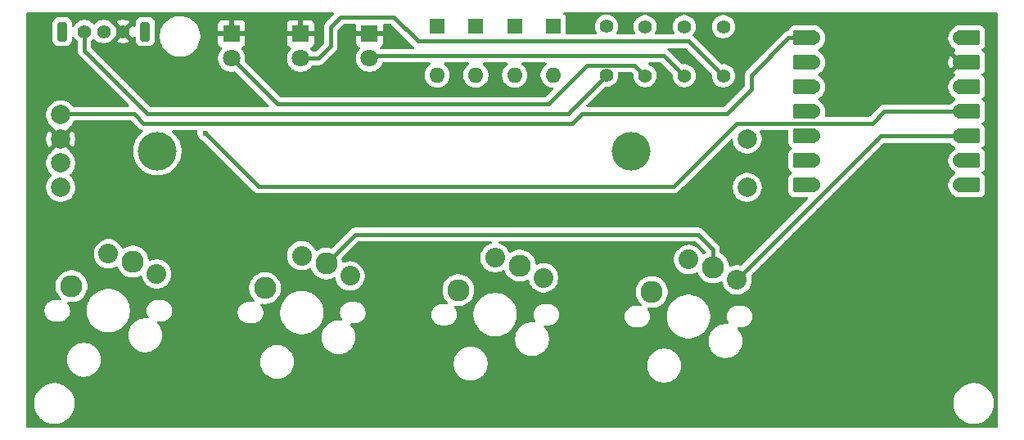
<source format=gbr>
%TF.GenerationSoftware,KiCad,Pcbnew,9.0.4-1.fc42app3*%
%TF.CreationDate,2025-10-16T16:53:32+02:00*%
%TF.ProjectId,ccc_macropad,6363635f-6d61-4637-926f-7061642e6b69,rev?*%
%TF.SameCoordinates,Original*%
%TF.FileFunction,Copper,L1,Top*%
%TF.FilePolarity,Positive*%
%FSLAX46Y46*%
G04 Gerber Fmt 4.6, Leading zero omitted, Abs format (unit mm)*
G04 Created by KiCad (PCBNEW 9.0.4-1.fc42app3) date 2025-10-16 16:53:32*
%MOMM*%
%LPD*%
G01*
G04 APERTURE LIST*
G04 Aperture macros list*
%AMRoundRect*
0 Rectangle with rounded corners*
0 $1 Rounding radius*
0 $2 $3 $4 $5 $6 $7 $8 $9 X,Y pos of 4 corners*
0 Add a 4 corners polygon primitive as box body*
4,1,4,$2,$3,$4,$5,$6,$7,$8,$9,$2,$3,0*
0 Add four circle primitives for the rounded corners*
1,1,$1+$1,$2,$3*
1,1,$1+$1,$4,$5*
1,1,$1+$1,$6,$7*
1,1,$1+$1,$8,$9*
0 Add four rect primitives between the rounded corners*
20,1,$1+$1,$2,$3,$4,$5,0*
20,1,$1+$1,$4,$5,$6,$7,0*
20,1,$1+$1,$6,$7,$8,$9,0*
20,1,$1+$1,$8,$9,$2,$3,0*%
G04 Aperture macros list end*
%TA.AperFunction,ComponentPad*%
%ADD10R,1.800000X1.800000*%
%TD*%
%TA.AperFunction,ComponentPad*%
%ADD11C,1.800000*%
%TD*%
%TA.AperFunction,ComponentPad*%
%ADD12C,2.286000*%
%TD*%
%TA.AperFunction,ComponentPad*%
%ADD13C,2.032000*%
%TD*%
%TA.AperFunction,ComponentPad*%
%ADD14C,1.400000*%
%TD*%
%TA.AperFunction,ComponentPad*%
%ADD15C,2.000000*%
%TD*%
%TA.AperFunction,ComponentPad*%
%ADD16C,4.000000*%
%TD*%
%TA.AperFunction,SMDPad,CuDef*%
%ADD17RoundRect,0.152400X1.063600X0.609600X-1.063600X0.609600X-1.063600X-0.609600X1.063600X-0.609600X0*%
%TD*%
%TA.AperFunction,ComponentPad*%
%ADD18C,1.524000*%
%TD*%
%TA.AperFunction,SMDPad,CuDef*%
%ADD19RoundRect,0.152400X-1.063600X-0.609600X1.063600X-0.609600X1.063600X0.609600X-1.063600X0.609600X0*%
%TD*%
%TA.AperFunction,ComponentPad*%
%ADD20R,1.600000X1.600000*%
%TD*%
%TA.AperFunction,ComponentPad*%
%ADD21O,1.600000X1.600000*%
%TD*%
%TA.AperFunction,ComponentPad*%
%ADD22RoundRect,0.178571X-0.321429X-0.821429X0.321429X-0.821429X0.321429X0.821429X-0.321429X0.821429X0*%
%TD*%
%TA.AperFunction,ViaPad*%
%ADD23C,0.600000*%
%TD*%
%TA.AperFunction,Conductor*%
%ADD24C,0.400000*%
%TD*%
G04 APERTURE END LIST*
D10*
%TO.P,D8 LED,1,K*%
%TO.N,GND*%
X146500000Y-40730000D03*
D11*
%TO.P,D8 LED,2,A*%
%TO.N,Net-(D8-A)*%
X146500000Y-43270000D03*
%TD*%
D12*
%TO.P,SW1,1,1*%
%TO.N,Net-(U2-GPIO2{slash}SCK)*%
X122030000Y-64320000D03*
D13*
X124490000Y-65600000D03*
D12*
%TO.P,SW1,2,2*%
%TO.N,Net-(D7-A)*%
X115680000Y-66860000D03*
D13*
X119490000Y-63500000D03*
%TD*%
D12*
%TO.P,SW5,1,1*%
%TO.N,Net-(U2-GPIO4{slash}MISO)*%
X182040000Y-64920000D03*
D13*
X184500000Y-66200000D03*
D12*
%TO.P,SW5,2,2*%
%TO.N,Net-(D2-A)*%
X175690000Y-67460000D03*
D13*
X179500000Y-64100000D03*
%TD*%
D14*
%TO.P,100R,1*%
%TO.N,Net-(D8-A)*%
X179050000Y-45080000D03*
%TO.P,100R,2*%
%TO.N,Net-(U2-GPIO28{slash}ADC2{slash}A2)*%
X179050000Y-40000000D03*
%TD*%
%TO.P,100R,1*%
%TO.N,Net-(D9-A)*%
X183100000Y-45080000D03*
%TO.P,100R,2*%
%TO.N,Net-(U2-GPIO27{slash}ADC1{slash}A1)*%
X183100000Y-40000000D03*
%TD*%
D12*
%TO.P,SW4,1,1*%
%TO.N,Net-(U2-GPIO2{slash}SCK)*%
X162036667Y-64720000D03*
D13*
X164496667Y-66000000D03*
D12*
%TO.P,SW4,2,2*%
%TO.N,Net-(D1-A)*%
X155686667Y-67260000D03*
D13*
X159496667Y-63900000D03*
%TD*%
D15*
%TO.P,RV1,1,1*%
%TO.N,GND*%
X114560000Y-51625000D03*
%TO.P,RV1,1'*%
%TO.N,N/C*%
X114560000Y-56625000D03*
%TO.P,RV1,2,2*%
%TO.N,Net-(U2-GPIO26{slash}ADC0{slash}A0)*%
X114560000Y-49125000D03*
%TO.P,RV1,2'*%
%TO.N,N/C*%
X114560000Y-54125000D03*
%TO.P,RV1,3,3*%
%TO.N,Net-(U2-3V3)*%
X185560000Y-51625000D03*
%TO.P,RV1,3'*%
%TO.N,N/C*%
X185560000Y-56625000D03*
D16*
%TO.P,RV1,MP*%
X124560000Y-52875000D03*
X173560000Y-52875000D03*
%TD*%
D17*
%TO.P,U2,1,GPIO26/ADC0/A0*%
%TO.N,Net-(U2-GPIO26{slash}ADC0{slash}A0)*%
X191545000Y-41148500D03*
D18*
X192380000Y-41148500D03*
D17*
%TO.P,U2,2,GPIO27/ADC1/A1*%
%TO.N,Net-(U2-GPIO27{slash}ADC1{slash}A1)*%
X191545000Y-43688500D03*
D18*
X192380000Y-43688500D03*
D17*
%TO.P,U2,3,GPIO28/ADC2/A2*%
%TO.N,Net-(U2-GPIO28{slash}ADC2{slash}A2)*%
X191545000Y-46228500D03*
D18*
X192380000Y-46228500D03*
D17*
%TO.P,U2,4,GPIO29/ADC3/A3*%
%TO.N,Net-(U2-GPIO29{slash}ADC3{slash}A3)*%
X191545000Y-48768500D03*
D18*
X192380000Y-48768500D03*
D17*
%TO.P,U2,5,GPIO6/SDA*%
%TO.N,unconnected-(U2-GPIO6{slash}SDA-Pad5)_1*%
X191545000Y-51308500D03*
D18*
X192380000Y-51308500D03*
D17*
%TO.P,U2,6,GPIO7/SCL*%
%TO.N,unconnected-(U2-GPIO7{slash}SCL-Pad6)_1*%
X191545000Y-53848500D03*
D18*
X192380000Y-53848500D03*
D17*
%TO.P,U2,7,GPIO0/TX*%
%TO.N,Net-(D3-K)*%
X191545000Y-56388500D03*
D18*
X192380000Y-56388500D03*
%TO.P,U2,8,GPIO1/RX*%
%TO.N,Net-(D1-K)*%
X207620000Y-56388500D03*
D19*
X208455000Y-56388500D03*
D18*
%TO.P,U2,9,GPIO2/SCK*%
%TO.N,Net-(U2-GPIO2{slash}SCK)*%
X207620000Y-53848500D03*
D19*
X208455000Y-53848500D03*
D18*
%TO.P,U2,10,GPIO4/MISO*%
%TO.N,Net-(U2-GPIO4{slash}MISO)*%
X207620000Y-51308500D03*
D19*
X208455000Y-51308500D03*
D18*
%TO.P,U2,11,GPIO3/MOSI*%
%TO.N,Net-(SW3-B)*%
X207620000Y-48768500D03*
D19*
X208455000Y-48768500D03*
D18*
%TO.P,U2,12,3V3*%
%TO.N,Net-(U2-3V3)*%
X207620000Y-46228500D03*
D19*
X208455000Y-46228500D03*
D18*
%TO.P,U2,13,GND*%
%TO.N,GND*%
X207620000Y-43688500D03*
D19*
X208455000Y-43688500D03*
D18*
%TO.P,U2,14,VBUS*%
%TO.N,unconnected-(U2-VBUS-Pad14)*%
X207620000Y-41148500D03*
D19*
X208455000Y-41148500D03*
%TD*%
D20*
%TO.P,D2,1,K*%
%TO.N,Net-(D1-K)*%
X165500000Y-39920000D03*
D21*
%TO.P,D2,2,A*%
%TO.N,Net-(D2-A)*%
X165500000Y-45000000D03*
%TD*%
D14*
%TO.P,SW3,1,C*%
%TO.N,Net-(SW3-C)*%
X117000000Y-40500000D03*
%TO.P,SW3,2,B*%
%TO.N,Net-(SW3-B)*%
X119000000Y-40500000D03*
%TO.P,SW3,3,A*%
%TO.N,GND*%
X121000000Y-40500000D03*
D22*
%TO.P,SW3,MH*%
%TO.N,N/C*%
X114700000Y-40500000D03*
X123300000Y-40500000D03*
%TD*%
D10*
%TO.P,D9 LED,1,K*%
%TO.N,GND*%
X139365000Y-40730000D03*
D11*
%TO.P,D9 LED,2,A*%
%TO.N,Net-(D9-A)*%
X139365000Y-43270000D03*
%TD*%
D14*
%TO.P,100R,1*%
%TO.N,Net-(D6-A)*%
X175000000Y-45080000D03*
%TO.P,100R,2*%
%TO.N,Net-(U2-GPIO29{slash}ADC3{slash}A3)*%
X175000000Y-40000000D03*
%TD*%
%TO.P,10k,1*%
%TO.N,Net-(SW3-C)*%
X171000000Y-45040000D03*
%TO.P,10k,2*%
%TO.N,Net-(U2-3V3)*%
X171000000Y-39960000D03*
%TD*%
D10*
%TO.P,D6 LED,1,K*%
%TO.N,GND*%
X132230000Y-40730000D03*
D11*
%TO.P,D6 LED,2,A*%
%TO.N,Net-(D6-A)*%
X132230000Y-43270000D03*
%TD*%
D20*
%TO.P,D1,1,K*%
%TO.N,Net-(D1-K)*%
X161500000Y-39920000D03*
D21*
%TO.P,D1,2,A*%
%TO.N,Net-(D1-A)*%
X161500000Y-45000000D03*
%TD*%
D12*
%TO.P,SW2,1,1*%
%TO.N,Net-(U2-GPIO4{slash}MISO)*%
X142033333Y-64520000D03*
D13*
X144493333Y-65800000D03*
D12*
%TO.P,SW2,2,2*%
%TO.N,Net-(D3-A)*%
X135683333Y-67060000D03*
D13*
X139493333Y-63700000D03*
%TD*%
D20*
%TO.P,D3,1,K*%
%TO.N,Net-(D3-K)*%
X157500000Y-39920000D03*
D21*
%TO.P,D3,2,A*%
%TO.N,Net-(D3-A)*%
X157500000Y-45000000D03*
%TD*%
D20*
%TO.P,D7,1,K*%
%TO.N,Net-(D3-K)*%
X153500000Y-39920000D03*
D21*
%TO.P,D7,2,A*%
%TO.N,Net-(D7-A)*%
X153500000Y-45000000D03*
%TD*%
D23*
%TO.N,Net-(SW3-B)*%
X129500000Y-51000000D03*
%TD*%
D24*
%TO.N,Net-(D6-A)*%
X169000000Y-44000000D02*
X165000000Y-48000000D01*
X165000000Y-48000000D02*
X136960000Y-48000000D01*
X173920000Y-44000000D02*
X169000000Y-44000000D01*
X136960000Y-48000000D02*
X132230000Y-43270000D01*
X175000000Y-45080000D02*
X173920000Y-44000000D01*
%TO.N,Net-(D8-A)*%
X146500000Y-43270000D02*
X146770000Y-43000000D01*
X176970000Y-43000000D02*
X179050000Y-45080000D01*
X146770000Y-43000000D02*
X176970000Y-43000000D01*
%TO.N,Net-(D9-A)*%
X143500000Y-39000000D02*
X142500000Y-40000000D01*
X179520000Y-41500000D02*
X183100000Y-45080000D01*
X151500000Y-41500000D02*
X149000000Y-39000000D01*
X149000000Y-39000000D02*
X143500000Y-39000000D01*
X142500000Y-42000000D02*
X141230000Y-43270000D01*
X142500000Y-40000000D02*
X142500000Y-42000000D01*
X141230000Y-43270000D02*
X139365000Y-43270000D01*
X151500000Y-41500000D02*
X179520000Y-41500000D01*
%TO.N,Net-(SW3-C)*%
X167040000Y-49000000D02*
X171000000Y-45040000D01*
X123500000Y-49000000D02*
X167040000Y-49000000D01*
X117000000Y-42500000D02*
X123500000Y-49000000D01*
X117000000Y-40500000D02*
X117000000Y-42500000D01*
%TO.N,Net-(SW3-B)*%
X184500000Y-50000000D02*
X198500000Y-50000000D01*
X178000000Y-56500000D02*
X184500000Y-50000000D01*
X135000000Y-56500000D02*
X178000000Y-56500000D01*
X198500000Y-50000000D02*
X199731500Y-48768500D01*
X199731500Y-48768500D02*
X207620000Y-48768500D01*
X129500000Y-51000000D02*
X135000000Y-56500000D01*
%TO.N,Net-(U2-GPIO26{slash}ADC0{slash}A0)*%
X186000000Y-46500000D02*
X183500000Y-49000000D01*
X192380000Y-41148500D02*
X189851500Y-41148500D01*
X114685000Y-49000000D02*
X114560000Y-49125000D01*
X167500000Y-50000000D02*
X123126648Y-50000000D01*
X189851500Y-41148500D02*
X186000000Y-45000000D01*
X122126648Y-49000000D02*
X114685000Y-49000000D01*
X183500000Y-49000000D02*
X168500000Y-49000000D01*
X123126648Y-50000000D02*
X122126648Y-49000000D01*
X168500000Y-49000000D02*
X167500000Y-50000000D01*
X186000000Y-45000000D02*
X186000000Y-46500000D01*
%TO.N,Net-(U2-GPIO4{slash}MISO)*%
X184500000Y-66200000D02*
X199391500Y-51308500D01*
X145053333Y-61500000D02*
X180500000Y-61500000D01*
X180500000Y-61500000D02*
X182040000Y-63040000D01*
X142033333Y-64520000D02*
X145053333Y-61500000D01*
X182040000Y-63040000D02*
X182040000Y-64920000D01*
X199391500Y-51308500D02*
X207620000Y-51308500D01*
%TD*%
%TA.AperFunction,Conductor*%
%TO.N,GND*%
G36*
X142776520Y-38520185D02*
G01*
X142822275Y-38572989D01*
X142832219Y-38642147D01*
X142803194Y-38705703D01*
X142797162Y-38712181D01*
X141955888Y-39553453D01*
X141955887Y-39553454D01*
X141879222Y-39668192D01*
X141826422Y-39795665D01*
X141826418Y-39795679D01*
X141810651Y-39874949D01*
X141808453Y-39886000D01*
X141807521Y-39890687D01*
X141799500Y-39931006D01*
X141799500Y-41658481D01*
X141779815Y-41725520D01*
X141763181Y-41746162D01*
X140976162Y-42533181D01*
X140949234Y-42547884D01*
X140923416Y-42564477D01*
X140917215Y-42565368D01*
X140914839Y-42566666D01*
X140888481Y-42569500D01*
X140650351Y-42569500D01*
X140583312Y-42549815D01*
X140550035Y-42518388D01*
X140433242Y-42357635D01*
X140382682Y-42307075D01*
X140349198Y-42245753D01*
X140354182Y-42176061D01*
X140396054Y-42120128D01*
X140427031Y-42103213D01*
X140507086Y-42073354D01*
X140507093Y-42073350D01*
X140622187Y-41987190D01*
X140622190Y-41987187D01*
X140708350Y-41872093D01*
X140708354Y-41872086D01*
X140758596Y-41737379D01*
X140758598Y-41737372D01*
X140764999Y-41677844D01*
X140765000Y-41677827D01*
X140765000Y-40980000D01*
X139740278Y-40980000D01*
X139784333Y-40903694D01*
X139815000Y-40789244D01*
X139815000Y-40670756D01*
X139784333Y-40556306D01*
X139740278Y-40480000D01*
X140765000Y-40480000D01*
X140765000Y-39782172D01*
X140764999Y-39782155D01*
X140758598Y-39722627D01*
X140758596Y-39722620D01*
X140708354Y-39587913D01*
X140708350Y-39587906D01*
X140622190Y-39472812D01*
X140622187Y-39472809D01*
X140507093Y-39386649D01*
X140507086Y-39386645D01*
X140372379Y-39336403D01*
X140372372Y-39336401D01*
X140312844Y-39330000D01*
X139615000Y-39330000D01*
X139615000Y-40354722D01*
X139538694Y-40310667D01*
X139424244Y-40280000D01*
X139305756Y-40280000D01*
X139191306Y-40310667D01*
X139115000Y-40354722D01*
X139115000Y-39330000D01*
X138417155Y-39330000D01*
X138357627Y-39336401D01*
X138357620Y-39336403D01*
X138222913Y-39386645D01*
X138222906Y-39386649D01*
X138107812Y-39472809D01*
X138107809Y-39472812D01*
X138021649Y-39587906D01*
X138021645Y-39587913D01*
X137971403Y-39722620D01*
X137971401Y-39722627D01*
X137965000Y-39782155D01*
X137965000Y-40480000D01*
X138989722Y-40480000D01*
X138945667Y-40556306D01*
X138915000Y-40670756D01*
X138915000Y-40789244D01*
X138945667Y-40903694D01*
X138989722Y-40980000D01*
X137965000Y-40980000D01*
X137965000Y-41677844D01*
X137971401Y-41737372D01*
X137971403Y-41737379D01*
X138021645Y-41872086D01*
X138021649Y-41872093D01*
X138107809Y-41987187D01*
X138107812Y-41987190D01*
X138222906Y-42073350D01*
X138222913Y-42073354D01*
X138302968Y-42103213D01*
X138358902Y-42145084D01*
X138383319Y-42210549D01*
X138368467Y-42278822D01*
X138347317Y-42307075D01*
X138296756Y-42357636D01*
X138296752Y-42357641D01*
X138167187Y-42535974D01*
X138067104Y-42732393D01*
X138067103Y-42732396D01*
X137998985Y-42942047D01*
X137985561Y-43026805D01*
X137964500Y-43159778D01*
X137964500Y-43380222D01*
X137981153Y-43485365D01*
X137998985Y-43597952D01*
X138067103Y-43807603D01*
X138067104Y-43807606D01*
X138118798Y-43909059D01*
X138157052Y-43984136D01*
X138167187Y-44004025D01*
X138296752Y-44182358D01*
X138296756Y-44182363D01*
X138452636Y-44338243D01*
X138452641Y-44338247D01*
X138539086Y-44401052D01*
X138630978Y-44467815D01*
X138715662Y-44510964D01*
X138827393Y-44567895D01*
X138827396Y-44567896D01*
X138932221Y-44601955D01*
X139037049Y-44636015D01*
X139254778Y-44670500D01*
X139254779Y-44670500D01*
X139475221Y-44670500D01*
X139475222Y-44670500D01*
X139692951Y-44636015D01*
X139902606Y-44567895D01*
X140099022Y-44467815D01*
X140277365Y-44338242D01*
X140433242Y-44182365D01*
X140550034Y-44021613D01*
X140605362Y-43978949D01*
X140650351Y-43970500D01*
X141298996Y-43970500D01*
X141390040Y-43952389D01*
X141434328Y-43943580D01*
X141517667Y-43909060D01*
X141561807Y-43890777D01*
X141561808Y-43890776D01*
X141561811Y-43890775D01*
X141676543Y-43814114D01*
X143044114Y-42446543D01*
X143120775Y-42331811D01*
X143173580Y-42204329D01*
X143180512Y-42169479D01*
X143199633Y-42073354D01*
X143200500Y-42068995D01*
X143200500Y-40341519D01*
X143220185Y-40274480D01*
X143236819Y-40253838D01*
X143753838Y-39736819D01*
X143815161Y-39703334D01*
X143841519Y-39700500D01*
X144976000Y-39700500D01*
X145043039Y-39720185D01*
X145088794Y-39772989D01*
X145100000Y-39824500D01*
X145100000Y-40480000D01*
X146124722Y-40480000D01*
X146080667Y-40556306D01*
X146050000Y-40670756D01*
X146050000Y-40789244D01*
X146080667Y-40903694D01*
X146124722Y-40980000D01*
X145100000Y-40980000D01*
X145100000Y-41677844D01*
X145106401Y-41737372D01*
X145106403Y-41737379D01*
X145156645Y-41872086D01*
X145156649Y-41872093D01*
X145242809Y-41987187D01*
X145242812Y-41987190D01*
X145357906Y-42073350D01*
X145357913Y-42073354D01*
X145437968Y-42103213D01*
X145493902Y-42145084D01*
X145518319Y-42210549D01*
X145503467Y-42278822D01*
X145482317Y-42307075D01*
X145431756Y-42357636D01*
X145431752Y-42357641D01*
X145302187Y-42535974D01*
X145202104Y-42732393D01*
X145202103Y-42732396D01*
X145133985Y-42942047D01*
X145120561Y-43026805D01*
X145099500Y-43159778D01*
X145099500Y-43380222D01*
X145116153Y-43485365D01*
X145133985Y-43597952D01*
X145202103Y-43807603D01*
X145202104Y-43807606D01*
X145253798Y-43909059D01*
X145292052Y-43984136D01*
X145302187Y-44004025D01*
X145431752Y-44182358D01*
X145431756Y-44182363D01*
X145587636Y-44338243D01*
X145587641Y-44338247D01*
X145674086Y-44401052D01*
X145765978Y-44467815D01*
X145850662Y-44510964D01*
X145962393Y-44567895D01*
X145962396Y-44567896D01*
X146067221Y-44601955D01*
X146172049Y-44636015D01*
X146389778Y-44670500D01*
X146389779Y-44670500D01*
X146610221Y-44670500D01*
X146610222Y-44670500D01*
X146827951Y-44636015D01*
X147037606Y-44567895D01*
X147234022Y-44467815D01*
X147412365Y-44338242D01*
X147568242Y-44182365D01*
X147697815Y-44004022D01*
X147797895Y-43807606D01*
X147804855Y-43786183D01*
X147844292Y-43728508D01*
X147908650Y-43701308D01*
X147922787Y-43700500D01*
X152694433Y-43700500D01*
X152761472Y-43720185D01*
X152807227Y-43772989D01*
X152817171Y-43842147D01*
X152788146Y-43905703D01*
X152767318Y-43924819D01*
X152652780Y-44008034D01*
X152508028Y-44152786D01*
X152387715Y-44318386D01*
X152294781Y-44500776D01*
X152231522Y-44695465D01*
X152199500Y-44897646D01*
X152199500Y-45102351D01*
X152231522Y-45304534D01*
X152294781Y-45499223D01*
X152329217Y-45566806D01*
X152381389Y-45669199D01*
X152387715Y-45681613D01*
X152508028Y-45847213D01*
X152652786Y-45991971D01*
X152807749Y-46104556D01*
X152818390Y-46112287D01*
X152897401Y-46152545D01*
X153000776Y-46205218D01*
X153000778Y-46205218D01*
X153000781Y-46205220D01*
X153063258Y-46225520D01*
X153195465Y-46268477D01*
X153271110Y-46280458D01*
X153397648Y-46300500D01*
X153397649Y-46300500D01*
X153602351Y-46300500D01*
X153602352Y-46300500D01*
X153804534Y-46268477D01*
X153999219Y-46205220D01*
X154181610Y-46112287D01*
X154274590Y-46044732D01*
X154347213Y-45991971D01*
X154347215Y-45991968D01*
X154347219Y-45991966D01*
X154491966Y-45847219D01*
X154491968Y-45847215D01*
X154491971Y-45847213D01*
X154567055Y-45743867D01*
X154612287Y-45681610D01*
X154705220Y-45499219D01*
X154768477Y-45304534D01*
X154800500Y-45102352D01*
X154800500Y-44897648D01*
X154797790Y-44880540D01*
X154768477Y-44695465D01*
X154727027Y-44567895D01*
X154705220Y-44500781D01*
X154705218Y-44500778D01*
X154705218Y-44500776D01*
X154654362Y-44400967D01*
X154612287Y-44318390D01*
X154597420Y-44297927D01*
X154491971Y-44152786D01*
X154347219Y-44008034D01*
X154314166Y-43984020D01*
X154232681Y-43924818D01*
X154190016Y-43869489D01*
X154184037Y-43799875D01*
X154216642Y-43738080D01*
X154277481Y-43703723D01*
X154305567Y-43700500D01*
X156694433Y-43700500D01*
X156761472Y-43720185D01*
X156807227Y-43772989D01*
X156817171Y-43842147D01*
X156788146Y-43905703D01*
X156767318Y-43924819D01*
X156652780Y-44008034D01*
X156508028Y-44152786D01*
X156387715Y-44318386D01*
X156294781Y-44500776D01*
X156231522Y-44695465D01*
X156199500Y-44897646D01*
X156199500Y-45102351D01*
X156231522Y-45304534D01*
X156294781Y-45499223D01*
X156329217Y-45566806D01*
X156381389Y-45669199D01*
X156387715Y-45681613D01*
X156508028Y-45847213D01*
X156652786Y-45991971D01*
X156807749Y-46104556D01*
X156818390Y-46112287D01*
X156897401Y-46152545D01*
X157000776Y-46205218D01*
X157000778Y-46205218D01*
X157000781Y-46205220D01*
X157063258Y-46225520D01*
X157195465Y-46268477D01*
X157271110Y-46280458D01*
X157397648Y-46300500D01*
X157397649Y-46300500D01*
X157602351Y-46300500D01*
X157602352Y-46300500D01*
X157804534Y-46268477D01*
X157999219Y-46205220D01*
X158181610Y-46112287D01*
X158274590Y-46044732D01*
X158347213Y-45991971D01*
X158347215Y-45991968D01*
X158347219Y-45991966D01*
X158491966Y-45847219D01*
X158491968Y-45847215D01*
X158491971Y-45847213D01*
X158567055Y-45743867D01*
X158612287Y-45681610D01*
X158705220Y-45499219D01*
X158768477Y-45304534D01*
X158800500Y-45102352D01*
X158800500Y-44897648D01*
X158797790Y-44880540D01*
X158768477Y-44695465D01*
X158727027Y-44567895D01*
X158705220Y-44500781D01*
X158705218Y-44500778D01*
X158705218Y-44500776D01*
X158654362Y-44400967D01*
X158612287Y-44318390D01*
X158597420Y-44297927D01*
X158491971Y-44152786D01*
X158347219Y-44008034D01*
X158314166Y-43984020D01*
X158232681Y-43924818D01*
X158190016Y-43869489D01*
X158184037Y-43799875D01*
X158216642Y-43738080D01*
X158277481Y-43703723D01*
X158305567Y-43700500D01*
X160694433Y-43700500D01*
X160761472Y-43720185D01*
X160807227Y-43772989D01*
X160817171Y-43842147D01*
X160788146Y-43905703D01*
X160767318Y-43924819D01*
X160652780Y-44008034D01*
X160508028Y-44152786D01*
X160387715Y-44318386D01*
X160294781Y-44500776D01*
X160231522Y-44695465D01*
X160199500Y-44897646D01*
X160199500Y-45102351D01*
X160231522Y-45304534D01*
X160294781Y-45499223D01*
X160329217Y-45566806D01*
X160381389Y-45669199D01*
X160387715Y-45681613D01*
X160508028Y-45847213D01*
X160652786Y-45991971D01*
X160807749Y-46104556D01*
X160818390Y-46112287D01*
X160897401Y-46152545D01*
X161000776Y-46205218D01*
X161000778Y-46205218D01*
X161000781Y-46205220D01*
X161063258Y-46225520D01*
X161195465Y-46268477D01*
X161271110Y-46280458D01*
X161397648Y-46300500D01*
X161397649Y-46300500D01*
X161602351Y-46300500D01*
X161602352Y-46300500D01*
X161804534Y-46268477D01*
X161999219Y-46205220D01*
X162181610Y-46112287D01*
X162274590Y-46044732D01*
X162347213Y-45991971D01*
X162347215Y-45991968D01*
X162347219Y-45991966D01*
X162491966Y-45847219D01*
X162491968Y-45847215D01*
X162491971Y-45847213D01*
X162567055Y-45743867D01*
X162612287Y-45681610D01*
X162705220Y-45499219D01*
X162768477Y-45304534D01*
X162800500Y-45102352D01*
X162800500Y-44897648D01*
X162797790Y-44880540D01*
X162768477Y-44695465D01*
X162727027Y-44567895D01*
X162705220Y-44500781D01*
X162705218Y-44500778D01*
X162705218Y-44500776D01*
X162654362Y-44400967D01*
X162612287Y-44318390D01*
X162597420Y-44297927D01*
X162491971Y-44152786D01*
X162347219Y-44008034D01*
X162314166Y-43984020D01*
X162232681Y-43924818D01*
X162190016Y-43869489D01*
X162184037Y-43799875D01*
X162216642Y-43738080D01*
X162277481Y-43703723D01*
X162305567Y-43700500D01*
X164694433Y-43700500D01*
X164761472Y-43720185D01*
X164807227Y-43772989D01*
X164817171Y-43842147D01*
X164788146Y-43905703D01*
X164767318Y-43924819D01*
X164652780Y-44008034D01*
X164508028Y-44152786D01*
X164387715Y-44318386D01*
X164294781Y-44500776D01*
X164231522Y-44695465D01*
X164199500Y-44897646D01*
X164199500Y-45102351D01*
X164231522Y-45304534D01*
X164294781Y-45499223D01*
X164329217Y-45566806D01*
X164381389Y-45669199D01*
X164387715Y-45681613D01*
X164508028Y-45847213D01*
X164652786Y-45991971D01*
X164807749Y-46104556D01*
X164818390Y-46112287D01*
X164897401Y-46152545D01*
X165000776Y-46205218D01*
X165000778Y-46205218D01*
X165000781Y-46205220D01*
X165063258Y-46225520D01*
X165195465Y-46268477D01*
X165271110Y-46280458D01*
X165397648Y-46300500D01*
X165397649Y-46300500D01*
X165409480Y-46300500D01*
X165476519Y-46320185D01*
X165522274Y-46372989D01*
X165532218Y-46442147D01*
X165503193Y-46505703D01*
X165497161Y-46512181D01*
X164746162Y-47263181D01*
X164684839Y-47296666D01*
X164658481Y-47299500D01*
X137301519Y-47299500D01*
X137234480Y-47279815D01*
X137213838Y-47263181D01*
X133634208Y-43683551D01*
X133600723Y-43622228D01*
X133599416Y-43576477D01*
X133630500Y-43380222D01*
X133630500Y-43159778D01*
X133596015Y-42942049D01*
X133555561Y-42817541D01*
X133527896Y-42732396D01*
X133527895Y-42732393D01*
X133476388Y-42631307D01*
X133427815Y-42535978D01*
X133382167Y-42473149D01*
X133298247Y-42357641D01*
X133298243Y-42357636D01*
X133247683Y-42307076D01*
X133214198Y-42245753D01*
X133219182Y-42176061D01*
X133261054Y-42120128D01*
X133292031Y-42103213D01*
X133372086Y-42073354D01*
X133372093Y-42073350D01*
X133487187Y-41987190D01*
X133487190Y-41987187D01*
X133573350Y-41872093D01*
X133573354Y-41872086D01*
X133623596Y-41737379D01*
X133623598Y-41737372D01*
X133629999Y-41677844D01*
X133630000Y-41677827D01*
X133630000Y-40980000D01*
X132605278Y-40980000D01*
X132649333Y-40903694D01*
X132680000Y-40789244D01*
X132680000Y-40670756D01*
X132649333Y-40556306D01*
X132605278Y-40480000D01*
X133630000Y-40480000D01*
X133630000Y-39782172D01*
X133629999Y-39782155D01*
X133623598Y-39722627D01*
X133623596Y-39722620D01*
X133573354Y-39587913D01*
X133573350Y-39587906D01*
X133487190Y-39472812D01*
X133487187Y-39472809D01*
X133372093Y-39386649D01*
X133372086Y-39386645D01*
X133237379Y-39336403D01*
X133237372Y-39336401D01*
X133177844Y-39330000D01*
X132480000Y-39330000D01*
X132480000Y-40354722D01*
X132403694Y-40310667D01*
X132289244Y-40280000D01*
X132170756Y-40280000D01*
X132056306Y-40310667D01*
X131980000Y-40354722D01*
X131980000Y-39330000D01*
X131282155Y-39330000D01*
X131222627Y-39336401D01*
X131222620Y-39336403D01*
X131087913Y-39386645D01*
X131087906Y-39386649D01*
X130972812Y-39472809D01*
X130972809Y-39472812D01*
X130886649Y-39587906D01*
X130886645Y-39587913D01*
X130836403Y-39722620D01*
X130836401Y-39722627D01*
X130830000Y-39782155D01*
X130830000Y-40480000D01*
X131854722Y-40480000D01*
X131810667Y-40556306D01*
X131780000Y-40670756D01*
X131780000Y-40789244D01*
X131810667Y-40903694D01*
X131854722Y-40980000D01*
X130830000Y-40980000D01*
X130830000Y-41677844D01*
X130836401Y-41737372D01*
X130836403Y-41737379D01*
X130886645Y-41872086D01*
X130886649Y-41872093D01*
X130972809Y-41987187D01*
X130972812Y-41987190D01*
X131087906Y-42073350D01*
X131087913Y-42073354D01*
X131167968Y-42103213D01*
X131223902Y-42145084D01*
X131248319Y-42210549D01*
X131233467Y-42278822D01*
X131212317Y-42307075D01*
X131161756Y-42357636D01*
X131161752Y-42357641D01*
X131032187Y-42535974D01*
X130932104Y-42732393D01*
X130932103Y-42732396D01*
X130863985Y-42942047D01*
X130850561Y-43026805D01*
X130829500Y-43159778D01*
X130829500Y-43380222D01*
X130846153Y-43485365D01*
X130863985Y-43597952D01*
X130932103Y-43807603D01*
X130932104Y-43807606D01*
X130983798Y-43909059D01*
X131022052Y-43984136D01*
X131032187Y-44004025D01*
X131161752Y-44182358D01*
X131161756Y-44182363D01*
X131317636Y-44338243D01*
X131317641Y-44338247D01*
X131404086Y-44401052D01*
X131495978Y-44467815D01*
X131580662Y-44510964D01*
X131692393Y-44567895D01*
X131692396Y-44567896D01*
X131797221Y-44601955D01*
X131902049Y-44636015D01*
X132119778Y-44670500D01*
X132119779Y-44670500D01*
X132340221Y-44670500D01*
X132340222Y-44670500D01*
X132536475Y-44639416D01*
X132605765Y-44648370D01*
X132643551Y-44674208D01*
X136057162Y-48087819D01*
X136090647Y-48149142D01*
X136085663Y-48218834D01*
X136043791Y-48274767D01*
X135978327Y-48299184D01*
X135969481Y-48299500D01*
X123841519Y-48299500D01*
X123774480Y-48279815D01*
X123753838Y-48263181D01*
X117736819Y-42246162D01*
X117703334Y-42184839D01*
X117700500Y-42158481D01*
X117700500Y-41538137D01*
X117709659Y-41506942D01*
X117717549Y-41475388D01*
X117719584Y-41473143D01*
X117720185Y-41471098D01*
X117739560Y-41447798D01*
X117745271Y-41442427D01*
X117782073Y-41415690D01*
X117913671Y-41284091D01*
X117915060Y-41282786D01*
X117944588Y-41267823D01*
X117973642Y-41251959D01*
X117975618Y-41252100D01*
X117977385Y-41251205D01*
X118010316Y-41254581D01*
X118043334Y-41256943D01*
X118045230Y-41258161D01*
X118046890Y-41258332D01*
X118052668Y-41262942D01*
X118087681Y-41285444D01*
X118217927Y-41415690D01*
X118370801Y-41526760D01*
X118393130Y-41538137D01*
X118539163Y-41612545D01*
X118539165Y-41612545D01*
X118539168Y-41612547D01*
X118602522Y-41633132D01*
X118718881Y-41670940D01*
X118905514Y-41700500D01*
X118905519Y-41700500D01*
X119094486Y-41700500D01*
X119281118Y-41670940D01*
X119282623Y-41670451D01*
X119460832Y-41612547D01*
X119629199Y-41526760D01*
X119782073Y-41415690D01*
X119915690Y-41282073D01*
X120026760Y-41129199D01*
X120027723Y-41127308D01*
X120028965Y-41125598D01*
X120029304Y-41125046D01*
X120029347Y-41125072D01*
X120050530Y-41095914D01*
X120600000Y-40546445D01*
X120600000Y-40552661D01*
X120627259Y-40654394D01*
X120679920Y-40745606D01*
X120754394Y-40820080D01*
X120845606Y-40872741D01*
X120947339Y-40900000D01*
X120953554Y-40900000D01*
X120345669Y-41507882D01*
X120345670Y-41507883D01*
X120371059Y-41526329D01*
X120539362Y-41612085D01*
X120718997Y-41670451D01*
X120905553Y-41700000D01*
X121094447Y-41700000D01*
X121281002Y-41670451D01*
X121460637Y-41612085D01*
X121628937Y-41526331D01*
X121654328Y-41507883D01*
X121654328Y-41507882D01*
X121046447Y-40900000D01*
X121052661Y-40900000D01*
X121154394Y-40872741D01*
X121245606Y-40820080D01*
X121320080Y-40745606D01*
X121372741Y-40654394D01*
X121400000Y-40552661D01*
X121400000Y-40546446D01*
X122007882Y-41154328D01*
X122007883Y-41154328D01*
X122026333Y-41128935D01*
X122026333Y-41128934D01*
X122065015Y-41053017D01*
X122112989Y-41002221D01*
X122180810Y-40985425D01*
X122246945Y-41007962D01*
X122290397Y-41062677D01*
X122299500Y-41109311D01*
X122299500Y-41376326D01*
X122305715Y-41444727D01*
X122305717Y-41444734D01*
X122354776Y-41602173D01*
X122354778Y-41602177D01*
X122440086Y-41743295D01*
X122440090Y-41743300D01*
X122556699Y-41859909D01*
X122556704Y-41859913D01*
X122697822Y-41945221D01*
X122697826Y-41945223D01*
X122753516Y-41962576D01*
X122855266Y-41994283D01*
X122923681Y-42000500D01*
X123676318Y-42000499D01*
X123676325Y-42000499D01*
X123744727Y-41994284D01*
X123744728Y-41994283D01*
X123744734Y-41994283D01*
X123902176Y-41945222D01*
X123974811Y-41901312D01*
X124043295Y-41859913D01*
X124043296Y-41859911D01*
X124043301Y-41859909D01*
X124159909Y-41743301D01*
X124163494Y-41737372D01*
X124226510Y-41633129D01*
X124245222Y-41602176D01*
X124294283Y-41444734D01*
X124300500Y-41376319D01*
X124300499Y-40862332D01*
X124799500Y-40862332D01*
X124799500Y-41137667D01*
X124799501Y-41137684D01*
X124835438Y-41410655D01*
X124835439Y-41410660D01*
X124835440Y-41410666D01*
X124852782Y-41475388D01*
X124906704Y-41676630D01*
X125012075Y-41931017D01*
X125012080Y-41931028D01*
X125077370Y-42044112D01*
X125149751Y-42169479D01*
X125149753Y-42169481D01*
X125149754Y-42169483D01*
X125317370Y-42387926D01*
X125317376Y-42387933D01*
X125512066Y-42582623D01*
X125512072Y-42582628D01*
X125730521Y-42750249D01*
X125871790Y-42831811D01*
X125968971Y-42887919D01*
X125968976Y-42887921D01*
X125968979Y-42887923D01*
X126223368Y-42993295D01*
X126489334Y-43064560D01*
X126762326Y-43100500D01*
X126762333Y-43100500D01*
X127037667Y-43100500D01*
X127037674Y-43100500D01*
X127310666Y-43064560D01*
X127576632Y-42993295D01*
X127831021Y-42887923D01*
X128069479Y-42750249D01*
X128287928Y-42582628D01*
X128482628Y-42387928D01*
X128650249Y-42169479D01*
X128787923Y-41931021D01*
X128893295Y-41676632D01*
X128964560Y-41410666D01*
X129000500Y-41137674D01*
X129000500Y-40862326D01*
X128964560Y-40589334D01*
X128893295Y-40323368D01*
X128787923Y-40068979D01*
X128650249Y-39830521D01*
X128650244Y-39830514D01*
X128650242Y-39830511D01*
X128482629Y-39612073D01*
X128482623Y-39612066D01*
X128287933Y-39417376D01*
X128287926Y-39417370D01*
X128069483Y-39249754D01*
X128069482Y-39249753D01*
X128069479Y-39249751D01*
X127974407Y-39194861D01*
X127831028Y-39112080D01*
X127831017Y-39112075D01*
X127576630Y-39006704D01*
X127443649Y-38971072D01*
X127310666Y-38935440D01*
X127310660Y-38935439D01*
X127310655Y-38935438D01*
X127037684Y-38899501D01*
X127037679Y-38899500D01*
X127037674Y-38899500D01*
X126762326Y-38899500D01*
X126762320Y-38899500D01*
X126762315Y-38899501D01*
X126489344Y-38935438D01*
X126489337Y-38935439D01*
X126489334Y-38935440D01*
X126433125Y-38950500D01*
X126223369Y-39006704D01*
X125968982Y-39112075D01*
X125968971Y-39112080D01*
X125730516Y-39249754D01*
X125512073Y-39417370D01*
X125512066Y-39417376D01*
X125317376Y-39612066D01*
X125317370Y-39612073D01*
X125149754Y-39830516D01*
X125012080Y-40068971D01*
X125012075Y-40068982D01*
X124906704Y-40323369D01*
X124866097Y-40474920D01*
X124845267Y-40552661D01*
X124835441Y-40589331D01*
X124835438Y-40589344D01*
X124799501Y-40862315D01*
X124799500Y-40862332D01*
X124300499Y-40862332D01*
X124300499Y-40500000D01*
X124300499Y-39623673D01*
X124294284Y-39555272D01*
X124294283Y-39555269D01*
X124294283Y-39555266D01*
X124251315Y-39417376D01*
X124245223Y-39397826D01*
X124245221Y-39397822D01*
X124159913Y-39256704D01*
X124159909Y-39256699D01*
X124043300Y-39140090D01*
X124043295Y-39140086D01*
X123902177Y-39054778D01*
X123902173Y-39054776D01*
X123744734Y-39005717D01*
X123744736Y-39005717D01*
X123717368Y-39003230D01*
X123676319Y-38999500D01*
X123676316Y-38999500D01*
X122923673Y-38999500D01*
X122855272Y-39005715D01*
X122855265Y-39005717D01*
X122697826Y-39054776D01*
X122697822Y-39054778D01*
X122556704Y-39140086D01*
X122556699Y-39140090D01*
X122440090Y-39256699D01*
X122440086Y-39256704D01*
X122354778Y-39397822D01*
X122354776Y-39397826D01*
X122305717Y-39555264D01*
X122305717Y-39555265D01*
X122305717Y-39555266D01*
X122300556Y-39612066D01*
X122299500Y-39623683D01*
X122299500Y-39890687D01*
X122279815Y-39957726D01*
X122227011Y-40003481D01*
X122157853Y-40013425D01*
X122094297Y-39984400D01*
X122065015Y-39946982D01*
X122026329Y-39871059D01*
X122007883Y-39845670D01*
X122007882Y-39845669D01*
X121400000Y-40453552D01*
X121400000Y-40447339D01*
X121372741Y-40345606D01*
X121320080Y-40254394D01*
X121245606Y-40179920D01*
X121154394Y-40127259D01*
X121052661Y-40100000D01*
X121046447Y-40100000D01*
X121654328Y-39492116D01*
X121628933Y-39473666D01*
X121460637Y-39387914D01*
X121281002Y-39329548D01*
X121094447Y-39300000D01*
X120905553Y-39300000D01*
X120718997Y-39329548D01*
X120539362Y-39387914D01*
X120371060Y-39473669D01*
X120345670Y-39492116D01*
X120345669Y-39492116D01*
X120953554Y-40100000D01*
X120947339Y-40100000D01*
X120845606Y-40127259D01*
X120754394Y-40179920D01*
X120679920Y-40254394D01*
X120627259Y-40345606D01*
X120600000Y-40447339D01*
X120600000Y-40453554D01*
X120050529Y-39904083D01*
X120029343Y-39874922D01*
X120029301Y-39874949D01*
X120028969Y-39874408D01*
X120027725Y-39872695D01*
X120026760Y-39870801D01*
X120026757Y-39870796D01*
X119972170Y-39795665D01*
X119915690Y-39717927D01*
X119782073Y-39584310D01*
X119629199Y-39473240D01*
X119628353Y-39472809D01*
X119460836Y-39387454D01*
X119281118Y-39329059D01*
X119094486Y-39299500D01*
X119094481Y-39299500D01*
X118905519Y-39299500D01*
X118905514Y-39299500D01*
X118718881Y-39329059D01*
X118539163Y-39387454D01*
X118370800Y-39473240D01*
X118335121Y-39499163D01*
X118217927Y-39584310D01*
X118217925Y-39584312D01*
X118217924Y-39584312D01*
X118087681Y-39714556D01*
X118026358Y-39748041D01*
X117956666Y-39743057D01*
X117912319Y-39714556D01*
X117782075Y-39584312D01*
X117782073Y-39584310D01*
X117629199Y-39473240D01*
X117628353Y-39472809D01*
X117460836Y-39387454D01*
X117281118Y-39329059D01*
X117094486Y-39299500D01*
X117094481Y-39299500D01*
X116905519Y-39299500D01*
X116905514Y-39299500D01*
X116718881Y-39329059D01*
X116539163Y-39387454D01*
X116370800Y-39473240D01*
X116335121Y-39499163D01*
X116217927Y-39584310D01*
X116217925Y-39584312D01*
X116217924Y-39584312D01*
X116084312Y-39717924D01*
X116084312Y-39717925D01*
X116084310Y-39717927D01*
X116070584Y-39736819D01*
X115973240Y-39870800D01*
X115934984Y-39945882D01*
X115887009Y-39996678D01*
X115819188Y-40013473D01*
X115753053Y-39990935D01*
X115709602Y-39936220D01*
X115700499Y-39889587D01*
X115700499Y-39623673D01*
X115694284Y-39555272D01*
X115694283Y-39555269D01*
X115694283Y-39555266D01*
X115651315Y-39417376D01*
X115645223Y-39397826D01*
X115645221Y-39397822D01*
X115559913Y-39256704D01*
X115559909Y-39256699D01*
X115443300Y-39140090D01*
X115443295Y-39140086D01*
X115302177Y-39054778D01*
X115302173Y-39054776D01*
X115144734Y-39005717D01*
X115144736Y-39005717D01*
X115117368Y-39003230D01*
X115076319Y-38999500D01*
X115076316Y-38999500D01*
X114323673Y-38999500D01*
X114255272Y-39005715D01*
X114255265Y-39005717D01*
X114097826Y-39054776D01*
X114097822Y-39054778D01*
X113956704Y-39140086D01*
X113956699Y-39140090D01*
X113840090Y-39256699D01*
X113840086Y-39256704D01*
X113754778Y-39397822D01*
X113754776Y-39397826D01*
X113705717Y-39555264D01*
X113705717Y-39555265D01*
X113705717Y-39555266D01*
X113700556Y-39612066D01*
X113699500Y-39623683D01*
X113699500Y-41376326D01*
X113705715Y-41444727D01*
X113705717Y-41444734D01*
X113754776Y-41602173D01*
X113754778Y-41602177D01*
X113840086Y-41743295D01*
X113840090Y-41743300D01*
X113956699Y-41859909D01*
X113956704Y-41859913D01*
X114097822Y-41945221D01*
X114097826Y-41945223D01*
X114153516Y-41962576D01*
X114255266Y-41994283D01*
X114323681Y-42000500D01*
X115076318Y-42000499D01*
X115076325Y-42000499D01*
X115144727Y-41994284D01*
X115144728Y-41994283D01*
X115144734Y-41994283D01*
X115302176Y-41945222D01*
X115374811Y-41901312D01*
X115443295Y-41859913D01*
X115443296Y-41859911D01*
X115443301Y-41859909D01*
X115559909Y-41743301D01*
X115563494Y-41737372D01*
X115626510Y-41633129D01*
X115645222Y-41602176D01*
X115694283Y-41444734D01*
X115700500Y-41376319D01*
X115700499Y-41110410D01*
X115720183Y-41043374D01*
X115772987Y-40997619D01*
X115842146Y-40987675D01*
X115905701Y-41016700D01*
X115934984Y-41054118D01*
X115963668Y-41110413D01*
X115973240Y-41129199D01*
X116084310Y-41282073D01*
X116217927Y-41415690D01*
X116217928Y-41415691D01*
X116217927Y-41415691D01*
X116238442Y-41430595D01*
X116248383Y-41437818D01*
X116291050Y-41493147D01*
X116299500Y-41538137D01*
X116299500Y-42431006D01*
X116299500Y-42568994D01*
X116299500Y-42568996D01*
X116299499Y-42568996D01*
X116326418Y-42704322D01*
X116326421Y-42704332D01*
X116379222Y-42831807D01*
X116455887Y-42946545D01*
X116455888Y-42946546D01*
X121597162Y-48087819D01*
X121630647Y-48149142D01*
X121625663Y-48218834D01*
X121583791Y-48274767D01*
X121518327Y-48299184D01*
X121509481Y-48299500D01*
X115878140Y-48299500D01*
X115811101Y-48279815D01*
X115777822Y-48248386D01*
X115704517Y-48147490D01*
X115537510Y-47980483D01*
X115346433Y-47841657D01*
X115135996Y-47734433D01*
X114911368Y-47661446D01*
X114678097Y-47624500D01*
X114678092Y-47624500D01*
X114441908Y-47624500D01*
X114441903Y-47624500D01*
X114208631Y-47661446D01*
X113984003Y-47734433D01*
X113773566Y-47841657D01*
X113696648Y-47897542D01*
X113582490Y-47980483D01*
X113582488Y-47980485D01*
X113582487Y-47980485D01*
X113415485Y-48147487D01*
X113415485Y-48147488D01*
X113415483Y-48147490D01*
X113414283Y-48149142D01*
X113276657Y-48338566D01*
X113169433Y-48549003D01*
X113096446Y-48773631D01*
X113059500Y-49006902D01*
X113059500Y-49243097D01*
X113096446Y-49476368D01*
X113169433Y-49700996D01*
X113241354Y-49842147D01*
X113276657Y-49911433D01*
X113415483Y-50102510D01*
X113582490Y-50269517D01*
X113638739Y-50310384D01*
X113681403Y-50365713D01*
X113686095Y-50397542D01*
X114348941Y-51060387D01*
X114328409Y-51065889D01*
X114191592Y-51144881D01*
X114079881Y-51256592D01*
X114000889Y-51393409D01*
X113995387Y-51413941D01*
X113337340Y-50755894D01*
X113277084Y-50838830D01*
X113169897Y-51049197D01*
X113096934Y-51273752D01*
X113060000Y-51506947D01*
X113060000Y-51743052D01*
X113096934Y-51976247D01*
X113169897Y-52200802D01*
X113277087Y-52411174D01*
X113337338Y-52494104D01*
X113337340Y-52494105D01*
X113995387Y-51836058D01*
X114000889Y-51856591D01*
X114079881Y-51993408D01*
X114191592Y-52105119D01*
X114328409Y-52184111D01*
X114348940Y-52189612D01*
X113684280Y-52854271D01*
X113675105Y-52897947D01*
X113638739Y-52939615D01*
X113582490Y-52980482D01*
X113415485Y-53147487D01*
X113415485Y-53147488D01*
X113415483Y-53147490D01*
X113386919Y-53186805D01*
X113276657Y-53338566D01*
X113169433Y-53549003D01*
X113096446Y-53773631D01*
X113059500Y-54006902D01*
X113059500Y-54243097D01*
X113096446Y-54476368D01*
X113169433Y-54700996D01*
X113258091Y-54874995D01*
X113276657Y-54911433D01*
X113415483Y-55102510D01*
X113415485Y-55102512D01*
X113582490Y-55269517D01*
X113589603Y-55274685D01*
X113632266Y-55330017D01*
X113638242Y-55399630D01*
X113605634Y-55461424D01*
X113589603Y-55475315D01*
X113582490Y-55480482D01*
X113415485Y-55647487D01*
X113415485Y-55647488D01*
X113415483Y-55647490D01*
X113367918Y-55712958D01*
X113276657Y-55838566D01*
X113169433Y-56049003D01*
X113096446Y-56273631D01*
X113059500Y-56506902D01*
X113059500Y-56743097D01*
X113096446Y-56976368D01*
X113169433Y-57200996D01*
X113199221Y-57259457D01*
X113276657Y-57411433D01*
X113415483Y-57602510D01*
X113582490Y-57769517D01*
X113773567Y-57908343D01*
X113872991Y-57959002D01*
X113984003Y-58015566D01*
X113984005Y-58015566D01*
X113984008Y-58015568D01*
X114104412Y-58054689D01*
X114208631Y-58088553D01*
X114441903Y-58125500D01*
X114441908Y-58125500D01*
X114678097Y-58125500D01*
X114911368Y-58088553D01*
X115135992Y-58015568D01*
X115346433Y-57908343D01*
X115537510Y-57769517D01*
X115704517Y-57602510D01*
X115843343Y-57411433D01*
X115950568Y-57200992D01*
X116023553Y-56976368D01*
X116039904Y-56873132D01*
X116060500Y-56743097D01*
X116060500Y-56506902D01*
X116023553Y-56273631D01*
X115989689Y-56169412D01*
X115950568Y-56049008D01*
X115950566Y-56049005D01*
X115950566Y-56049003D01*
X115876964Y-55904552D01*
X115843343Y-55838567D01*
X115704517Y-55647490D01*
X115537510Y-55480483D01*
X115530401Y-55475318D01*
X115487735Y-55419988D01*
X115481756Y-55350375D01*
X115514362Y-55288580D01*
X115530401Y-55274682D01*
X115530500Y-55274609D01*
X115537510Y-55269517D01*
X115704517Y-55102510D01*
X115843343Y-54911433D01*
X115950568Y-54700992D01*
X116023553Y-54476368D01*
X116060500Y-54243097D01*
X116060500Y-54006902D01*
X116023553Y-53773631D01*
X115989689Y-53669412D01*
X115950568Y-53549008D01*
X115950566Y-53549005D01*
X115950566Y-53549003D01*
X115894002Y-53437991D01*
X115843343Y-53338567D01*
X115704517Y-53147490D01*
X115537510Y-52980483D01*
X115481259Y-52939614D01*
X115438595Y-52884284D01*
X115433902Y-52852455D01*
X114771058Y-52189612D01*
X114791591Y-52184111D01*
X114928408Y-52105119D01*
X115040119Y-51993408D01*
X115119111Y-51856591D01*
X115124612Y-51836059D01*
X115782658Y-52494105D01*
X115782658Y-52494104D01*
X115842914Y-52411169D01*
X115842918Y-52411163D01*
X115950102Y-52200802D01*
X116023065Y-51976247D01*
X116060000Y-51743052D01*
X116060000Y-51506947D01*
X116023065Y-51273752D01*
X115950102Y-51049197D01*
X115842914Y-50838828D01*
X115782658Y-50755894D01*
X115782658Y-50755893D01*
X115124612Y-51413940D01*
X115119111Y-51393409D01*
X115040119Y-51256592D01*
X114928408Y-51144881D01*
X114791591Y-51065889D01*
X114771059Y-51060387D01*
X115435716Y-50395729D01*
X115444891Y-50352054D01*
X115481257Y-50310386D01*
X115537510Y-50269517D01*
X115704517Y-50102510D01*
X115843343Y-49911433D01*
X115916321Y-49768204D01*
X115964295Y-49717409D01*
X116026806Y-49700500D01*
X121785129Y-49700500D01*
X121852168Y-49720185D01*
X121872810Y-49736819D01*
X122680101Y-50544111D01*
X122680102Y-50544112D01*
X122794840Y-50620777D01*
X122920840Y-50672967D01*
X122922320Y-50673580D01*
X122970734Y-50683210D01*
X123032644Y-50715594D01*
X123067218Y-50776309D01*
X123063479Y-50846079D01*
X123023855Y-50901774D01*
X122891175Y-51007583D01*
X122692583Y-51206175D01*
X122517476Y-51425753D01*
X122368053Y-51663557D01*
X122246200Y-51916588D01*
X122153443Y-52181670D01*
X122153439Y-52181682D01*
X122090945Y-52455487D01*
X122090942Y-52455505D01*
X122059500Y-52734568D01*
X122059500Y-53015431D01*
X122090942Y-53294494D01*
X122090945Y-53294512D01*
X122153439Y-53568317D01*
X122153443Y-53568329D01*
X122246200Y-53833411D01*
X122368053Y-54086442D01*
X122368055Y-54086445D01*
X122517477Y-54324248D01*
X122692584Y-54543825D01*
X122891175Y-54742416D01*
X123110752Y-54917523D01*
X123348555Y-55066945D01*
X123601592Y-55188801D01*
X123732001Y-55234433D01*
X123866670Y-55281556D01*
X123866682Y-55281560D01*
X124140491Y-55344055D01*
X124140497Y-55344055D01*
X124140505Y-55344057D01*
X124303841Y-55362460D01*
X124419569Y-55375499D01*
X124419572Y-55375500D01*
X124419575Y-55375500D01*
X124700428Y-55375500D01*
X124700429Y-55375499D01*
X124843055Y-55359429D01*
X124979494Y-55344057D01*
X124979499Y-55344056D01*
X124979509Y-55344055D01*
X125253318Y-55281560D01*
X125518408Y-55188801D01*
X125771445Y-55066945D01*
X126009248Y-54917523D01*
X126228825Y-54742416D01*
X126427416Y-54543825D01*
X126602523Y-54324248D01*
X126751945Y-54086445D01*
X126873801Y-53833408D01*
X126966560Y-53568318D01*
X127029055Y-53294509D01*
X127060500Y-53015425D01*
X127060500Y-52734575D01*
X127047071Y-52615390D01*
X127029057Y-52455505D01*
X127029054Y-52455487D01*
X127025083Y-52438091D01*
X126966560Y-52181682D01*
X126965781Y-52179457D01*
X126939769Y-52105119D01*
X126873801Y-51916592D01*
X126751945Y-51663555D01*
X126602523Y-51425752D01*
X126427416Y-51206175D01*
X126228825Y-51007584D01*
X126120813Y-50921447D01*
X126080673Y-50864259D01*
X126077823Y-50794447D01*
X126113169Y-50734177D01*
X126175487Y-50702584D01*
X126198126Y-50700500D01*
X128592297Y-50700500D01*
X128659336Y-50720185D01*
X128705091Y-50772989D01*
X128715035Y-50842147D01*
X128713914Y-50848691D01*
X128699500Y-50921153D01*
X128699500Y-51078846D01*
X128730261Y-51233489D01*
X128730264Y-51233501D01*
X128790602Y-51379172D01*
X128790609Y-51379185D01*
X128878210Y-51510288D01*
X128878213Y-51510292D01*
X128989707Y-51621786D01*
X128989711Y-51621789D01*
X129120814Y-51709390D01*
X129120827Y-51709397D01*
X129265185Y-51769191D01*
X129305414Y-51796071D01*
X134553453Y-57044111D01*
X134553454Y-57044112D01*
X134668192Y-57120777D01*
X134795667Y-57173578D01*
X134795672Y-57173580D01*
X134795676Y-57173580D01*
X134795677Y-57173581D01*
X134931003Y-57200500D01*
X134931006Y-57200500D01*
X178068996Y-57200500D01*
X178160040Y-57182389D01*
X178204328Y-57173580D01*
X178268069Y-57147177D01*
X178331807Y-57120777D01*
X178331808Y-57120776D01*
X178331811Y-57120775D01*
X178446543Y-57044114D01*
X178747565Y-56743092D01*
X178983756Y-56506902D01*
X184059500Y-56506902D01*
X184059500Y-56743097D01*
X184096446Y-56976368D01*
X184169433Y-57200996D01*
X184199221Y-57259457D01*
X184276657Y-57411433D01*
X184415483Y-57602510D01*
X184582490Y-57769517D01*
X184773567Y-57908343D01*
X184872991Y-57959002D01*
X184984003Y-58015566D01*
X184984005Y-58015566D01*
X184984008Y-58015568D01*
X185104412Y-58054689D01*
X185208631Y-58088553D01*
X185441903Y-58125500D01*
X185441908Y-58125500D01*
X185678097Y-58125500D01*
X185911368Y-58088553D01*
X186135992Y-58015568D01*
X186346433Y-57908343D01*
X186537510Y-57769517D01*
X186704517Y-57602510D01*
X186843343Y-57411433D01*
X186950568Y-57200992D01*
X187023553Y-56976368D01*
X187039904Y-56873132D01*
X187060500Y-56743097D01*
X187060500Y-56506902D01*
X187023553Y-56273631D01*
X186989689Y-56169412D01*
X186950568Y-56049008D01*
X186950566Y-56049005D01*
X186950566Y-56049003D01*
X186876964Y-55904552D01*
X186843343Y-55838567D01*
X186704517Y-55647490D01*
X186537510Y-55480483D01*
X186346433Y-55341657D01*
X186323588Y-55330017D01*
X186135996Y-55234433D01*
X185911368Y-55161446D01*
X185678097Y-55124500D01*
X185678092Y-55124500D01*
X185441908Y-55124500D01*
X185441903Y-55124500D01*
X185208631Y-55161446D01*
X184984003Y-55234433D01*
X184773566Y-55341657D01*
X184726913Y-55375553D01*
X184582490Y-55480483D01*
X184582488Y-55480485D01*
X184582487Y-55480485D01*
X184415485Y-55647487D01*
X184415485Y-55647488D01*
X184415483Y-55647490D01*
X184367918Y-55712958D01*
X184276657Y-55838566D01*
X184169433Y-56049003D01*
X184096446Y-56273631D01*
X184059500Y-56506902D01*
X178983756Y-56506902D01*
X179076303Y-56414355D01*
X183847819Y-51642837D01*
X183909142Y-51609352D01*
X183978834Y-51614336D01*
X184034767Y-51656208D01*
X184059184Y-51721672D01*
X184059500Y-51730518D01*
X184059500Y-51743097D01*
X184096446Y-51976368D01*
X184169433Y-52200996D01*
X184237710Y-52334995D01*
X184276657Y-52411433D01*
X184415483Y-52602510D01*
X184582490Y-52769517D01*
X184773567Y-52908343D01*
X184834942Y-52939615D01*
X184984003Y-53015566D01*
X184984005Y-53015566D01*
X184984008Y-53015568D01*
X185104412Y-53054689D01*
X185208631Y-53088553D01*
X185441903Y-53125500D01*
X185441908Y-53125500D01*
X185678097Y-53125500D01*
X185911368Y-53088553D01*
X186135992Y-53015568D01*
X186346433Y-52908343D01*
X186537510Y-52769517D01*
X186704517Y-52602510D01*
X186843343Y-52411433D01*
X186950568Y-52200992D01*
X187023553Y-51976368D01*
X187042524Y-51856591D01*
X187060500Y-51743097D01*
X187060500Y-51506902D01*
X187023553Y-51273631D01*
X186960263Y-51078846D01*
X186950568Y-51049008D01*
X186950566Y-51049005D01*
X186950566Y-51049003D01*
X186880851Y-50912181D01*
X186864858Y-50880794D01*
X186851963Y-50812126D01*
X186878239Y-50747385D01*
X186935346Y-50707128D01*
X186975344Y-50700500D01*
X189704500Y-50700500D01*
X189771539Y-50720185D01*
X189817294Y-50772989D01*
X189828500Y-50824500D01*
X189828500Y-51984041D01*
X189831412Y-52021046D01*
X189831413Y-52021052D01*
X189877434Y-52179454D01*
X189877435Y-52179457D01*
X189961405Y-52321443D01*
X189961412Y-52321452D01*
X190078047Y-52438087D01*
X190078050Y-52438089D01*
X190078053Y-52438092D01*
X190134996Y-52471768D01*
X190182679Y-52522838D01*
X190195182Y-52591579D01*
X190168536Y-52656169D01*
X190134996Y-52685232D01*
X190078053Y-52718908D01*
X190078047Y-52718912D01*
X189961412Y-52835547D01*
X189961405Y-52835556D01*
X189877435Y-52977542D01*
X189877434Y-52977545D01*
X189831413Y-53135947D01*
X189831412Y-53135953D01*
X189828500Y-53172958D01*
X189828500Y-54524041D01*
X189831412Y-54561046D01*
X189831413Y-54561052D01*
X189877434Y-54719454D01*
X189877435Y-54719457D01*
X189961405Y-54861443D01*
X189961412Y-54861452D01*
X190078047Y-54978087D01*
X190078050Y-54978089D01*
X190078053Y-54978092D01*
X190134996Y-55011768D01*
X190182679Y-55062838D01*
X190195182Y-55131579D01*
X190168536Y-55196169D01*
X190134996Y-55225231D01*
X190119438Y-55234433D01*
X190078053Y-55258908D01*
X190078047Y-55258912D01*
X189961412Y-55375547D01*
X189961405Y-55375556D01*
X189877435Y-55517542D01*
X189877434Y-55517545D01*
X189831413Y-55675947D01*
X189831412Y-55675953D01*
X189828500Y-55712958D01*
X189828500Y-57064041D01*
X189831412Y-57101046D01*
X189831413Y-57101052D01*
X189877434Y-57259454D01*
X189877435Y-57259457D01*
X189961405Y-57401443D01*
X189961412Y-57401452D01*
X190078047Y-57518087D01*
X190078051Y-57518090D01*
X190078053Y-57518092D01*
X190220041Y-57602064D01*
X190261816Y-57614201D01*
X190378447Y-57648086D01*
X190378450Y-57648086D01*
X190378452Y-57648087D01*
X190415466Y-57651000D01*
X191758981Y-57651000D01*
X191826020Y-57670685D01*
X191871775Y-57723489D01*
X191881719Y-57792647D01*
X191852694Y-57856203D01*
X191846662Y-57862681D01*
X185009520Y-64699821D01*
X184948197Y-64733306D01*
X184883524Y-64730072D01*
X184855112Y-64720841D01*
X184647352Y-64687935D01*
X184619351Y-64683500D01*
X184380649Y-64683500D01*
X184352648Y-64687935D01*
X184144888Y-64720841D01*
X184144887Y-64720841D01*
X183917860Y-64794607D01*
X183853649Y-64827324D01*
X183784980Y-64840220D01*
X183720240Y-64813943D01*
X183679983Y-64756836D01*
X183674882Y-64736237D01*
X183655214Y-64612064D01*
X183643032Y-64535146D01*
X183563091Y-64289115D01*
X183445647Y-64058618D01*
X183293592Y-63849332D01*
X183110668Y-63666408D01*
X182989398Y-63578300D01*
X182901380Y-63514351D01*
X182808204Y-63466875D01*
X182757409Y-63418901D01*
X182740500Y-63356391D01*
X182740500Y-62971004D01*
X182713581Y-62835677D01*
X182713580Y-62835676D01*
X182713580Y-62835672D01*
X182662381Y-62712067D01*
X182660778Y-62708196D01*
X182660777Y-62708194D01*
X182660775Y-62708189D01*
X182658765Y-62705181D01*
X182584114Y-62593457D01*
X182584112Y-62593454D01*
X180946545Y-60955887D01*
X180831807Y-60879222D01*
X180704332Y-60826421D01*
X180704322Y-60826418D01*
X180568996Y-60799500D01*
X180568994Y-60799500D01*
X180568993Y-60799500D01*
X145122327Y-60799500D01*
X144984339Y-60799500D01*
X144984337Y-60799500D01*
X144849010Y-60826418D01*
X144849000Y-60826421D01*
X144721525Y-60879222D01*
X144606787Y-60955887D01*
X142643642Y-62919032D01*
X142582319Y-62952517D01*
X142517644Y-62949282D01*
X142418189Y-62916968D01*
X142418190Y-62916968D01*
X142162684Y-62876500D01*
X142162679Y-62876500D01*
X141903987Y-62876500D01*
X141903982Y-62876500D01*
X141648482Y-62916967D01*
X141648479Y-62916968D01*
X141482166Y-62971007D01*
X141402445Y-62996910D01*
X141171951Y-63114352D01*
X141088061Y-63175302D01*
X141022254Y-63198781D01*
X140954200Y-63182955D01*
X140905506Y-63132849D01*
X140901010Y-63122192D01*
X140900592Y-63122366D01*
X140898730Y-63117872D01*
X140898728Y-63117866D01*
X140790360Y-62905181D01*
X140650054Y-62712067D01*
X140481266Y-62543279D01*
X140288152Y-62402973D01*
X140075467Y-62294605D01*
X139848448Y-62220842D01*
X139848446Y-62220841D01*
X139848444Y-62220841D01*
X139683831Y-62194768D01*
X139612684Y-62183500D01*
X139373982Y-62183500D01*
X139319328Y-62192156D01*
X139138221Y-62220841D01*
X139138220Y-62220841D01*
X138911196Y-62294606D01*
X138698513Y-62402973D01*
X138588335Y-62483022D01*
X138505400Y-62543279D01*
X138505398Y-62543281D01*
X138505397Y-62543281D01*
X138336614Y-62712064D01*
X138336614Y-62712065D01*
X138336612Y-62712067D01*
X138313935Y-62743279D01*
X138196306Y-62905180D01*
X138087939Y-63117863D01*
X138014174Y-63344887D01*
X138014174Y-63344888D01*
X137976833Y-63580649D01*
X137976833Y-63819350D01*
X138014174Y-64055111D01*
X138014174Y-64055112D01*
X138014175Y-64055115D01*
X138087938Y-64282134D01*
X138196306Y-64494819D01*
X138336612Y-64687933D01*
X138505400Y-64856721D01*
X138698514Y-64997027D01*
X138911199Y-65105395D01*
X139138218Y-65179158D01*
X139373982Y-65216500D01*
X139373983Y-65216500D01*
X139612683Y-65216500D01*
X139612684Y-65216500D01*
X139848448Y-65179158D01*
X140075467Y-65105395D01*
X140288152Y-64997027D01*
X140289291Y-64996199D01*
X140289801Y-64996017D01*
X140292308Y-64994481D01*
X140292630Y-64995007D01*
X140355092Y-64972709D01*
X140423148Y-64988524D01*
X140471851Y-65038621D01*
X140480122Y-65058187D01*
X140510243Y-65150888D01*
X140623267Y-65372709D01*
X140627686Y-65381382D01*
X140779741Y-65590668D01*
X140962665Y-65773592D01*
X141171951Y-65925647D01*
X141402448Y-66043091D01*
X141648479Y-66123032D01*
X141744294Y-66138207D01*
X141903982Y-66163500D01*
X141903987Y-66163500D01*
X142162684Y-66163500D01*
X142304627Y-66141017D01*
X142418187Y-66123032D01*
X142664218Y-66043091D01*
X142819555Y-65963942D01*
X142888222Y-65951046D01*
X142952963Y-65977322D01*
X142993221Y-66034428D01*
X142998322Y-66055028D01*
X143014174Y-66155112D01*
X143014175Y-66155115D01*
X143087938Y-66382134D01*
X143196306Y-66594819D01*
X143336612Y-66787933D01*
X143505400Y-66956721D01*
X143698514Y-67097027D01*
X143911199Y-67205395D01*
X144138218Y-67279158D01*
X144373982Y-67316500D01*
X144373983Y-67316500D01*
X144612683Y-67316500D01*
X144612684Y-67316500D01*
X144848448Y-67279158D01*
X145075467Y-67205395D01*
X145288152Y-67097027D01*
X145481266Y-66956721D01*
X145650054Y-66787933D01*
X145790360Y-66594819D01*
X145898728Y-66382134D01*
X145972491Y-66155115D01*
X146009833Y-65919351D01*
X146009833Y-65680649D01*
X145972491Y-65444885D01*
X145898728Y-65217866D01*
X145790360Y-65005181D01*
X145650054Y-64812067D01*
X145481266Y-64643279D01*
X145288152Y-64502973D01*
X145075467Y-64394605D01*
X144848448Y-64320842D01*
X144848446Y-64320841D01*
X144848444Y-64320841D01*
X144648116Y-64289112D01*
X144612684Y-64283500D01*
X144373982Y-64283500D01*
X144338550Y-64289112D01*
X144138221Y-64320841D01*
X144138220Y-64320841D01*
X143911193Y-64394607D01*
X143846982Y-64427324D01*
X143778313Y-64440220D01*
X143713573Y-64413943D01*
X143673316Y-64356836D01*
X143668215Y-64336237D01*
X143636365Y-64135145D01*
X143604049Y-64035689D01*
X143602054Y-63965848D01*
X143634297Y-63909691D01*
X145307171Y-62236819D01*
X145368494Y-62203334D01*
X145394852Y-62200500D01*
X159036791Y-62200500D01*
X159103830Y-62220185D01*
X159149585Y-62272989D01*
X159159529Y-62342147D01*
X159130504Y-62405703D01*
X159075110Y-62442430D01*
X158914533Y-62494605D01*
X158914530Y-62494606D01*
X158701847Y-62602973D01*
X158600647Y-62676500D01*
X158508734Y-62743279D01*
X158508732Y-62743281D01*
X158508731Y-62743281D01*
X158339948Y-62912064D01*
X158339948Y-62912065D01*
X158339946Y-62912067D01*
X158295847Y-62972764D01*
X158199640Y-63105180D01*
X158091273Y-63317863D01*
X158017508Y-63544887D01*
X158017508Y-63544888D01*
X157980167Y-63780649D01*
X157980167Y-64019350D01*
X158017508Y-64255111D01*
X158017508Y-64255112D01*
X158017509Y-64255115D01*
X158091272Y-64482134D01*
X158199640Y-64694819D01*
X158339946Y-64887933D01*
X158508734Y-65056721D01*
X158701848Y-65197027D01*
X158914533Y-65305395D01*
X159141552Y-65379158D01*
X159377316Y-65416500D01*
X159377317Y-65416500D01*
X159616017Y-65416500D01*
X159616018Y-65416500D01*
X159851782Y-65379158D01*
X160078801Y-65305395D01*
X160291486Y-65197027D01*
X160292625Y-65196199D01*
X160293135Y-65196017D01*
X160295642Y-65194481D01*
X160295964Y-65195007D01*
X160358426Y-65172709D01*
X160426482Y-65188524D01*
X160475185Y-65238621D01*
X160483456Y-65258187D01*
X160513577Y-65350888D01*
X160627049Y-65573589D01*
X160631020Y-65581382D01*
X160783075Y-65790668D01*
X160965999Y-65973592D01*
X161175285Y-66125647D01*
X161405782Y-66243091D01*
X161651813Y-66323032D01*
X161747628Y-66338207D01*
X161907316Y-66363500D01*
X161907321Y-66363500D01*
X162166018Y-66363500D01*
X162307961Y-66341017D01*
X162421521Y-66323032D01*
X162667552Y-66243091D01*
X162822889Y-66163942D01*
X162891556Y-66151046D01*
X162956297Y-66177322D01*
X162996555Y-66234428D01*
X163001656Y-66255028D01*
X163017508Y-66355112D01*
X163017509Y-66355115D01*
X163091272Y-66582134D01*
X163199640Y-66794819D01*
X163339946Y-66987933D01*
X163508734Y-67156721D01*
X163701848Y-67297027D01*
X163914533Y-67405395D01*
X164141552Y-67479158D01*
X164377316Y-67516500D01*
X164377317Y-67516500D01*
X164616017Y-67516500D01*
X164616018Y-67516500D01*
X164851782Y-67479158D01*
X165078801Y-67405395D01*
X165291486Y-67297027D01*
X165484600Y-67156721D01*
X165653388Y-66987933D01*
X165793694Y-66794819D01*
X165902062Y-66582134D01*
X165975825Y-66355115D01*
X166013167Y-66119351D01*
X166013167Y-65880649D01*
X165975825Y-65644885D01*
X165902062Y-65417866D01*
X165793694Y-65205181D01*
X165653388Y-65012067D01*
X165484600Y-64843279D01*
X165291486Y-64702973D01*
X165078801Y-64594605D01*
X164851782Y-64520842D01*
X164851780Y-64520841D01*
X164851778Y-64520841D01*
X164687165Y-64494768D01*
X164616018Y-64483500D01*
X164377316Y-64483500D01*
X164349315Y-64487935D01*
X164141555Y-64520841D01*
X164141554Y-64520841D01*
X163914527Y-64594607D01*
X163850316Y-64627324D01*
X163781647Y-64640220D01*
X163716907Y-64613943D01*
X163676650Y-64556836D01*
X163671549Y-64536237D01*
X163652179Y-64413943D01*
X163639699Y-64335146D01*
X163559758Y-64089115D01*
X163442314Y-63858618D01*
X163290259Y-63649332D01*
X163107335Y-63466408D01*
X162898049Y-63314353D01*
X162667552Y-63196909D01*
X162421521Y-63116968D01*
X162421519Y-63116967D01*
X162421517Y-63116967D01*
X162166018Y-63076500D01*
X162166013Y-63076500D01*
X161907321Y-63076500D01*
X161907316Y-63076500D01*
X161651816Y-63116967D01*
X161405779Y-63196910D01*
X161175285Y-63314352D01*
X161091395Y-63375302D01*
X161025588Y-63398781D01*
X160957534Y-63382955D01*
X160908840Y-63332849D01*
X160904344Y-63322192D01*
X160903926Y-63322366D01*
X160902064Y-63317872D01*
X160902062Y-63317866D01*
X160793694Y-63105181D01*
X160653388Y-62912067D01*
X160484600Y-62743279D01*
X160291486Y-62602973D01*
X160078801Y-62494605D01*
X159918224Y-62442430D01*
X159860549Y-62402994D01*
X159833351Y-62338635D01*
X159845266Y-62269789D01*
X159892510Y-62218313D01*
X159956543Y-62200500D01*
X180158481Y-62200500D01*
X180225520Y-62220185D01*
X180246162Y-62236819D01*
X181286535Y-63277192D01*
X181297571Y-63297404D01*
X181312394Y-63315028D01*
X181313998Y-63327487D01*
X181320020Y-63338515D01*
X181318377Y-63361484D01*
X181321319Y-63384325D01*
X181315932Y-63395675D01*
X181315036Y-63408207D01*
X181301234Y-63426642D01*
X181291361Y-63447447D01*
X181277884Y-63457833D01*
X181273164Y-63464140D01*
X181264350Y-63470164D01*
X181259852Y-63472961D01*
X181178618Y-63514353D01*
X181091138Y-63577910D01*
X181087339Y-63580274D01*
X181057799Y-63588477D01*
X181028921Y-63598781D01*
X181024445Y-63597740D01*
X181020018Y-63598970D01*
X180990730Y-63589899D01*
X180960867Y-63582955D01*
X180957664Y-63579659D01*
X180953275Y-63578300D01*
X180933543Y-63554839D01*
X180912173Y-63532849D01*
X180909278Y-63525987D01*
X180908303Y-63524828D01*
X180908089Y-63523168D01*
X180907677Y-63522192D01*
X180907259Y-63522366D01*
X180905397Y-63517872D01*
X180905395Y-63517866D01*
X180797027Y-63305181D01*
X180656721Y-63112067D01*
X180487933Y-62943279D01*
X180294819Y-62802973D01*
X180082134Y-62694605D01*
X179855115Y-62620842D01*
X179855113Y-62620841D01*
X179855111Y-62620841D01*
X179682197Y-62593454D01*
X179619351Y-62583500D01*
X179380649Y-62583500D01*
X179325995Y-62592156D01*
X179144888Y-62620841D01*
X179144887Y-62620841D01*
X178917863Y-62694606D01*
X178705180Y-62802973D01*
X178603980Y-62876500D01*
X178512067Y-62943279D01*
X178512065Y-62943281D01*
X178512064Y-62943281D01*
X178343281Y-63112064D01*
X178343281Y-63112065D01*
X178343279Y-63112067D01*
X178319434Y-63144887D01*
X178202973Y-63305180D01*
X178094606Y-63517863D01*
X178020841Y-63744887D01*
X178020841Y-63744888D01*
X177983500Y-63980649D01*
X177983500Y-64219350D01*
X178020841Y-64455111D01*
X178020841Y-64455112D01*
X178020842Y-64455115D01*
X178094605Y-64682134D01*
X178202973Y-64894819D01*
X178343279Y-65087933D01*
X178512067Y-65256721D01*
X178705181Y-65397027D01*
X178917866Y-65505395D01*
X179144885Y-65579158D01*
X179380649Y-65616500D01*
X179380650Y-65616500D01*
X179619350Y-65616500D01*
X179619351Y-65616500D01*
X179855115Y-65579158D01*
X180082134Y-65505395D01*
X180294819Y-65397027D01*
X180295958Y-65396199D01*
X180296468Y-65396017D01*
X180298975Y-65394481D01*
X180299297Y-65395007D01*
X180361759Y-65372709D01*
X180429815Y-65388524D01*
X180478518Y-65438621D01*
X180486789Y-65458187D01*
X180516910Y-65550888D01*
X180618896Y-65751046D01*
X180634353Y-65781382D01*
X180786408Y-65990668D01*
X180969332Y-66173592D01*
X181178618Y-66325647D01*
X181409115Y-66443091D01*
X181655146Y-66523032D01*
X181750961Y-66538207D01*
X181910649Y-66563500D01*
X181910654Y-66563500D01*
X182169351Y-66563500D01*
X182311294Y-66541017D01*
X182424854Y-66523032D01*
X182670885Y-66443091D01*
X182826222Y-66363942D01*
X182894889Y-66351046D01*
X182959630Y-66377322D01*
X182999888Y-66434428D01*
X183004989Y-66455028D01*
X183020841Y-66555112D01*
X183020842Y-66555115D01*
X183094605Y-66782134D01*
X183202973Y-66994819D01*
X183343279Y-67187933D01*
X183512067Y-67356721D01*
X183705181Y-67497027D01*
X183917866Y-67605395D01*
X184144885Y-67679158D01*
X184380649Y-67716500D01*
X184380650Y-67716500D01*
X184619350Y-67716500D01*
X184619351Y-67716500D01*
X184855115Y-67679158D01*
X185082134Y-67605395D01*
X185294819Y-67497027D01*
X185487933Y-67356721D01*
X185656721Y-67187933D01*
X185797027Y-66994819D01*
X185905395Y-66782134D01*
X185979158Y-66555115D01*
X186016500Y-66319351D01*
X186016500Y-66080649D01*
X185979158Y-65844885D01*
X185969926Y-65816475D01*
X185967932Y-65746637D01*
X186000175Y-65690480D01*
X199645338Y-52045319D01*
X199706661Y-52011834D01*
X199733019Y-52009000D01*
X206505226Y-52009000D01*
X206572265Y-52028685D01*
X206605542Y-52060112D01*
X206657019Y-52130964D01*
X206657021Y-52130966D01*
X206797539Y-52271484D01*
X206877060Y-52329258D01*
X206883824Y-52334539D01*
X206887998Y-52338037D01*
X206988053Y-52438092D01*
X207053737Y-52476937D01*
X207061522Y-52483462D01*
X207075488Y-52504426D01*
X207092679Y-52522838D01*
X207094528Y-52533006D01*
X207100260Y-52541610D01*
X207100674Y-52566797D01*
X207105182Y-52591579D01*
X207101239Y-52601134D01*
X207101410Y-52611470D01*
X207088143Y-52632881D01*
X207078536Y-52656169D01*
X207068122Y-52665192D01*
X207064609Y-52670863D01*
X207057871Y-52674075D01*
X207044996Y-52685232D01*
X206988053Y-52718908D01*
X206988046Y-52718913D01*
X206891854Y-52815104D01*
X206877061Y-52827739D01*
X206797536Y-52885518D01*
X206657021Y-53026033D01*
X206540213Y-53186805D01*
X206449994Y-53363867D01*
X206449993Y-53363870D01*
X206388587Y-53552862D01*
X206357500Y-53749139D01*
X206357500Y-53947860D01*
X206388587Y-54144137D01*
X206449993Y-54333129D01*
X206449994Y-54333132D01*
X206522978Y-54476368D01*
X206540213Y-54510194D01*
X206657019Y-54670964D01*
X206657021Y-54670966D01*
X206797539Y-54811484D01*
X206877060Y-54869258D01*
X206883824Y-54874539D01*
X206887998Y-54878037D01*
X206988053Y-54978092D01*
X207053737Y-55016937D01*
X207061522Y-55023462D01*
X207075488Y-55044426D01*
X207092679Y-55062838D01*
X207094528Y-55073006D01*
X207100260Y-55081610D01*
X207100674Y-55106797D01*
X207105182Y-55131579D01*
X207101239Y-55141134D01*
X207101410Y-55151470D01*
X207088143Y-55172881D01*
X207078536Y-55196169D01*
X207068122Y-55205192D01*
X207064609Y-55210863D01*
X207057871Y-55214075D01*
X207044996Y-55225231D01*
X207029438Y-55234433D01*
X206988053Y-55258908D01*
X206988046Y-55258913D01*
X206891854Y-55355104D01*
X206877061Y-55367739D01*
X206797536Y-55425518D01*
X206657021Y-55566033D01*
X206540213Y-55726805D01*
X206449994Y-55903867D01*
X206449993Y-55903870D01*
X206388587Y-56092862D01*
X206357500Y-56289139D01*
X206357500Y-56487860D01*
X206388587Y-56684137D01*
X206449993Y-56873129D01*
X206449994Y-56873132D01*
X206537114Y-57044111D01*
X206540213Y-57050194D01*
X206657019Y-57210964D01*
X206657021Y-57210966D01*
X206797539Y-57351484D01*
X206877060Y-57409258D01*
X206891851Y-57421890D01*
X206988053Y-57518092D01*
X207130041Y-57602064D01*
X207171816Y-57614201D01*
X207288447Y-57648086D01*
X207288450Y-57648086D01*
X207288452Y-57648087D01*
X207325466Y-57651000D01*
X207325474Y-57651000D01*
X209584526Y-57651000D01*
X209584534Y-57651000D01*
X209621548Y-57648087D01*
X209621550Y-57648086D01*
X209621552Y-57648086D01*
X209663323Y-57635949D01*
X209779959Y-57602064D01*
X209921947Y-57518092D01*
X210038592Y-57401447D01*
X210122564Y-57259459D01*
X210168587Y-57101048D01*
X210171500Y-57064034D01*
X210171500Y-55712966D01*
X210168587Y-55675952D01*
X210160317Y-55647488D01*
X210122565Y-55517545D01*
X210122564Y-55517542D01*
X210122564Y-55517541D01*
X210038592Y-55375553D01*
X210038590Y-55375551D01*
X210038587Y-55375547D01*
X209921952Y-55258912D01*
X209921944Y-55258906D01*
X209880562Y-55234433D01*
X209865003Y-55225231D01*
X209817321Y-55174163D01*
X209804817Y-55105421D01*
X209831462Y-55040832D01*
X209865004Y-55011768D01*
X209921947Y-54978092D01*
X210038592Y-54861447D01*
X210122564Y-54719459D01*
X210168587Y-54561048D01*
X210171500Y-54524034D01*
X210171500Y-53172966D01*
X210168587Y-53135952D01*
X210165550Y-53125500D01*
X210122565Y-52977545D01*
X210122564Y-52977542D01*
X210122564Y-52977541D01*
X210038592Y-52835553D01*
X210038590Y-52835551D01*
X210038587Y-52835547D01*
X209921952Y-52718912D01*
X209921944Y-52718906D01*
X209865004Y-52685232D01*
X209817321Y-52634163D01*
X209804817Y-52565421D01*
X209831462Y-52500832D01*
X209865004Y-52471768D01*
X209892503Y-52455505D01*
X209921947Y-52438092D01*
X210038592Y-52321447D01*
X210122564Y-52179459D01*
X210168587Y-52021048D01*
X210171500Y-51984034D01*
X210171500Y-50632966D01*
X210168587Y-50595952D01*
X210166437Y-50588553D01*
X210122565Y-50437545D01*
X210122564Y-50437542D01*
X210122564Y-50437541D01*
X210061795Y-50334787D01*
X210038594Y-50295556D01*
X210038587Y-50295547D01*
X209921952Y-50178912D01*
X209921944Y-50178906D01*
X209865004Y-50145232D01*
X209817321Y-50094163D01*
X209804817Y-50025421D01*
X209831462Y-49960832D01*
X209865004Y-49931768D01*
X209921947Y-49898092D01*
X210038592Y-49781447D01*
X210122564Y-49639459D01*
X210161536Y-49505319D01*
X210168586Y-49481052D01*
X210168587Y-49481046D01*
X210171499Y-49444041D01*
X210171500Y-49444034D01*
X210171500Y-48092966D01*
X210168587Y-48055952D01*
X210122564Y-47897541D01*
X210038592Y-47755553D01*
X210038590Y-47755551D01*
X210038587Y-47755547D01*
X209921952Y-47638912D01*
X209921944Y-47638906D01*
X209865004Y-47605232D01*
X209817321Y-47554163D01*
X209804817Y-47485421D01*
X209831462Y-47420832D01*
X209865004Y-47391768D01*
X209921947Y-47358092D01*
X210038592Y-47241447D01*
X210122564Y-47099459D01*
X210168587Y-46941048D01*
X210171500Y-46904034D01*
X210171500Y-45552966D01*
X210168587Y-45515952D01*
X210164195Y-45500836D01*
X210122565Y-45357545D01*
X210122564Y-45357542D01*
X210122564Y-45357541D01*
X210053618Y-45240961D01*
X210038594Y-45215556D01*
X210038587Y-45215547D01*
X209921952Y-45098912D01*
X209921949Y-45098910D01*
X209921947Y-45098908D01*
X209864511Y-45064940D01*
X209816829Y-45013871D01*
X209804326Y-44945130D01*
X209830972Y-44880540D01*
X209864514Y-44851476D01*
X209921637Y-44817693D01*
X209921643Y-44817689D01*
X210038189Y-44701143D01*
X210038196Y-44701134D01*
X210122102Y-44559256D01*
X210122103Y-44559253D01*
X210168088Y-44400973D01*
X210168089Y-44400967D01*
X210170999Y-44363988D01*
X210170999Y-43013030D01*
X210170998Y-43013008D01*
X210168089Y-42976033D01*
X210122102Y-42817742D01*
X210038196Y-42675865D01*
X210038189Y-42675856D01*
X209921643Y-42559310D01*
X209921634Y-42559303D01*
X209864513Y-42525522D01*
X209816829Y-42474453D01*
X209804326Y-42405711D01*
X209830972Y-42341122D01*
X209864514Y-42312058D01*
X209921941Y-42278096D01*
X209921942Y-42278094D01*
X209921947Y-42278092D01*
X210038592Y-42161447D01*
X210122564Y-42019459D01*
X210165380Y-41872086D01*
X210168586Y-41861052D01*
X210168587Y-41861046D01*
X210168676Y-41859913D01*
X210171500Y-41824034D01*
X210171500Y-40472966D01*
X210168587Y-40435952D01*
X210165554Y-40425513D01*
X210122565Y-40277545D01*
X210122564Y-40277541D01*
X210038592Y-40135553D01*
X210038590Y-40135551D01*
X210038587Y-40135547D01*
X209921952Y-40018912D01*
X209921943Y-40018905D01*
X209811718Y-39953718D01*
X209779959Y-39934936D01*
X209779958Y-39934935D01*
X209779957Y-39934935D01*
X209779954Y-39934934D01*
X209621552Y-39888913D01*
X209621546Y-39888912D01*
X209584541Y-39886000D01*
X209584534Y-39886000D01*
X207325466Y-39886000D01*
X207325458Y-39886000D01*
X207288453Y-39888912D01*
X207288447Y-39888913D01*
X207130045Y-39934934D01*
X207130042Y-39934935D01*
X206988056Y-40018905D01*
X206988046Y-40018913D01*
X206891854Y-40115104D01*
X206877061Y-40127739D01*
X206797536Y-40185518D01*
X206657021Y-40326033D01*
X206540213Y-40486805D01*
X206449994Y-40663867D01*
X206449993Y-40663870D01*
X206388587Y-40852862D01*
X206367591Y-40985425D01*
X206357500Y-41049139D01*
X206357500Y-41247861D01*
X206359889Y-41262942D01*
X206388587Y-41444137D01*
X206449993Y-41633129D01*
X206449994Y-41633132D01*
X206506129Y-41743301D01*
X206540213Y-41810194D01*
X206657019Y-41970964D01*
X206657021Y-41970966D01*
X206797539Y-42111484D01*
X206877060Y-42169258D01*
X206883786Y-42174507D01*
X206887979Y-42178018D01*
X206988053Y-42278092D01*
X207054208Y-42317216D01*
X207061975Y-42323720D01*
X207075962Y-42344697D01*
X207093170Y-42363127D01*
X207095015Y-42373273D01*
X207100736Y-42381853D01*
X207101161Y-42407064D01*
X207105673Y-42431869D01*
X207101740Y-42441400D01*
X207101915Y-42451712D01*
X207088643Y-42473149D01*
X207079028Y-42496458D01*
X207068643Y-42505456D01*
X207065137Y-42511120D01*
X207058391Y-42514338D01*
X207045487Y-42525521D01*
X206988370Y-42559300D01*
X206988357Y-42559310D01*
X206916360Y-42631306D01*
X206916360Y-42631307D01*
X207535905Y-43250852D01*
X207448429Y-43274292D01*
X207347070Y-43332811D01*
X207264311Y-43415570D01*
X207205792Y-43516929D01*
X207182352Y-43604405D01*
X206567730Y-42989782D01*
X206567729Y-42989783D01*
X206540643Y-43027064D01*
X206450457Y-43204062D01*
X206389075Y-43392976D01*
X206389075Y-43392979D01*
X206358000Y-43589178D01*
X206358000Y-43787821D01*
X206389075Y-43984020D01*
X206389075Y-43984023D01*
X206450457Y-44172937D01*
X206540641Y-44349932D01*
X206567730Y-44387215D01*
X206567731Y-44387216D01*
X207182352Y-43772594D01*
X207205792Y-43860071D01*
X207264311Y-43961430D01*
X207347070Y-44044189D01*
X207448429Y-44102708D01*
X207535904Y-44126147D01*
X206916360Y-44745691D01*
X206988360Y-44817692D01*
X206988364Y-44817695D01*
X207045486Y-44851477D01*
X207093169Y-44902546D01*
X207105673Y-44971288D01*
X207079028Y-45035877D01*
X207061975Y-45053279D01*
X207054204Y-45059785D01*
X206988053Y-45098908D01*
X206887990Y-45198969D01*
X206883784Y-45202492D01*
X206882598Y-45203009D01*
X206877061Y-45207739D01*
X206797536Y-45265518D01*
X206657021Y-45406033D01*
X206540213Y-45566805D01*
X206449994Y-45743867D01*
X206449993Y-45743870D01*
X206388587Y-45932862D01*
X206357500Y-46129139D01*
X206357500Y-46327860D01*
X206388587Y-46524137D01*
X206449993Y-46713129D01*
X206449994Y-46713132D01*
X206510463Y-46831807D01*
X206540213Y-46890194D01*
X206657019Y-47050964D01*
X206657021Y-47050966D01*
X206797539Y-47191484D01*
X206877060Y-47249258D01*
X206883824Y-47254539D01*
X206887998Y-47258037D01*
X206988053Y-47358092D01*
X207053737Y-47396937D01*
X207061522Y-47403462D01*
X207075488Y-47424426D01*
X207092679Y-47442838D01*
X207094528Y-47453006D01*
X207100260Y-47461610D01*
X207100674Y-47486797D01*
X207105182Y-47511579D01*
X207101239Y-47521134D01*
X207101410Y-47531470D01*
X207088143Y-47552881D01*
X207078536Y-47576169D01*
X207068122Y-47585192D01*
X207064609Y-47590863D01*
X207057871Y-47594075D01*
X207044996Y-47605231D01*
X206988056Y-47638906D01*
X206988053Y-47638908D01*
X206988046Y-47638913D01*
X206891854Y-47735104D01*
X206877061Y-47747739D01*
X206797536Y-47805518D01*
X206657021Y-47946033D01*
X206657019Y-47946036D01*
X206605542Y-48016886D01*
X206550214Y-48059551D01*
X206505226Y-48068000D01*
X199662504Y-48068000D01*
X199527177Y-48094918D01*
X199527167Y-48094921D01*
X199399692Y-48147722D01*
X199284954Y-48224387D01*
X199284953Y-48224388D01*
X198246162Y-49263181D01*
X198184839Y-49296666D01*
X198158481Y-49299500D01*
X193705611Y-49299500D01*
X193638572Y-49279815D01*
X193592817Y-49227011D01*
X193582873Y-49157853D01*
X193587680Y-49137183D01*
X193611412Y-49064139D01*
X193611411Y-49064139D01*
X193611413Y-49064136D01*
X193642500Y-48867861D01*
X193642500Y-48669139D01*
X193611413Y-48472864D01*
X193555084Y-48299500D01*
X193550006Y-48283870D01*
X193550005Y-48283867D01*
X193480635Y-48147722D01*
X193459787Y-48106806D01*
X193342981Y-47946036D01*
X193202464Y-47805519D01*
X193122937Y-47747739D01*
X193116175Y-47742460D01*
X193112000Y-47738961D01*
X193011947Y-47638908D01*
X192946259Y-47600060D01*
X192938477Y-47593538D01*
X192924510Y-47572573D01*
X192907321Y-47554163D01*
X192905471Y-47543992D01*
X192899740Y-47535390D01*
X192899324Y-47510202D01*
X192894817Y-47485421D01*
X192898758Y-47475866D01*
X192898588Y-47465530D01*
X192911856Y-47444116D01*
X192921462Y-47420832D01*
X192931874Y-47411809D01*
X192935389Y-47406138D01*
X192942127Y-47402925D01*
X192955004Y-47391768D01*
X193011947Y-47358092D01*
X193108148Y-47261889D01*
X193122939Y-47249258D01*
X193202464Y-47191481D01*
X193342981Y-47050964D01*
X193459787Y-46890194D01*
X193550005Y-46713132D01*
X193611413Y-46524136D01*
X193642500Y-46327861D01*
X193642500Y-46129139D01*
X193611413Y-45932864D01*
X193575416Y-45822075D01*
X193550006Y-45743870D01*
X193550005Y-45743867D01*
X193459786Y-45566805D01*
X193342981Y-45406036D01*
X193202464Y-45265519D01*
X193122937Y-45207739D01*
X193116175Y-45202460D01*
X193112000Y-45198961D01*
X193011947Y-45098908D01*
X192946259Y-45060060D01*
X192938477Y-45053538D01*
X192924510Y-45032573D01*
X192907321Y-45014163D01*
X192905471Y-45003992D01*
X192899740Y-44995390D01*
X192899324Y-44970202D01*
X192894817Y-44945421D01*
X192898758Y-44935866D01*
X192898588Y-44925530D01*
X192911856Y-44904116D01*
X192921462Y-44880832D01*
X192931874Y-44871809D01*
X192935389Y-44866138D01*
X192942127Y-44862925D01*
X192955004Y-44851768D01*
X192955498Y-44851476D01*
X193011947Y-44818092D01*
X193108148Y-44721889D01*
X193122939Y-44709258D01*
X193131093Y-44703334D01*
X193202464Y-44651481D01*
X193342981Y-44510964D01*
X193459787Y-44350194D01*
X193550005Y-44173132D01*
X193611413Y-43984136D01*
X193642500Y-43787861D01*
X193642500Y-43589139D01*
X193611413Y-43392864D01*
X193550005Y-43203868D01*
X193550005Y-43203867D01*
X193479024Y-43064561D01*
X193459787Y-43026806D01*
X193342981Y-42866036D01*
X193202464Y-42725519D01*
X193122938Y-42667740D01*
X193116175Y-42662460D01*
X193112000Y-42658961D01*
X193011947Y-42558908D01*
X192946259Y-42520060D01*
X192938477Y-42513538D01*
X192924510Y-42492573D01*
X192907321Y-42474163D01*
X192905471Y-42463992D01*
X192899740Y-42455390D01*
X192899324Y-42430202D01*
X192894817Y-42405421D01*
X192898758Y-42395866D01*
X192898588Y-42385530D01*
X192911856Y-42364116D01*
X192921462Y-42340832D01*
X192931874Y-42331809D01*
X192935389Y-42326138D01*
X192942127Y-42322925D01*
X192955004Y-42311768D01*
X192962938Y-42307076D01*
X193011947Y-42278092D01*
X193108148Y-42181889D01*
X193122939Y-42169258D01*
X193129162Y-42164737D01*
X193202464Y-42111481D01*
X193342981Y-41970964D01*
X193459787Y-41810194D01*
X193550005Y-41633132D01*
X193611413Y-41444136D01*
X193642500Y-41247861D01*
X193642500Y-41049139D01*
X193611413Y-40852864D01*
X193557805Y-40687874D01*
X193550006Y-40663870D01*
X193550005Y-40663867D01*
X193480635Y-40527722D01*
X193459787Y-40486806D01*
X193342981Y-40326036D01*
X193202464Y-40185519D01*
X193122937Y-40127739D01*
X193108147Y-40115108D01*
X193011947Y-40018908D01*
X193011946Y-40018907D01*
X193011943Y-40018905D01*
X192901718Y-39953718D01*
X192869959Y-39934936D01*
X192869958Y-39934935D01*
X192869957Y-39934935D01*
X192869954Y-39934934D01*
X192711552Y-39888913D01*
X192711546Y-39888912D01*
X192674541Y-39886000D01*
X192674534Y-39886000D01*
X190415466Y-39886000D01*
X190415458Y-39886000D01*
X190378453Y-39888912D01*
X190378447Y-39888913D01*
X190220045Y-39934934D01*
X190220042Y-39934935D01*
X190078056Y-40018905D01*
X190078047Y-40018912D01*
X189961412Y-40135547D01*
X189961405Y-40135556D01*
X189877435Y-40277542D01*
X189877434Y-40277543D01*
X189851710Y-40366086D01*
X189814103Y-40424971D01*
X189756826Y-40453107D01*
X189647177Y-40474918D01*
X189647167Y-40474921D01*
X189519692Y-40527722D01*
X189404954Y-40604387D01*
X185455887Y-44553454D01*
X185379222Y-44668192D01*
X185326421Y-44795667D01*
X185326418Y-44795679D01*
X185306136Y-44897646D01*
X185306136Y-44897648D01*
X185305104Y-44902838D01*
X185299500Y-44931006D01*
X185299500Y-46158481D01*
X185279815Y-46225520D01*
X185263181Y-46246162D01*
X183246162Y-48263181D01*
X183184839Y-48296666D01*
X183158481Y-48299500D01*
X169030519Y-48299500D01*
X168963480Y-48279815D01*
X168917725Y-48227011D01*
X168907781Y-48157853D01*
X168936806Y-48094297D01*
X168942838Y-48087819D01*
X169391751Y-47638906D01*
X170761255Y-46269400D01*
X170822576Y-46235917D01*
X170868332Y-46234610D01*
X170876584Y-46235917D01*
X170905519Y-46240500D01*
X170905520Y-46240500D01*
X171094486Y-46240500D01*
X171281118Y-46210940D01*
X171337725Y-46192547D01*
X171460832Y-46152547D01*
X171629199Y-46066760D01*
X171782073Y-45955690D01*
X171915690Y-45822073D01*
X172026760Y-45669199D01*
X172112547Y-45500832D01*
X172170940Y-45321118D01*
X172179746Y-45265518D01*
X172200500Y-45134486D01*
X172200500Y-44945513D01*
X172184406Y-44843898D01*
X172193361Y-44774604D01*
X172238357Y-44721152D01*
X172305109Y-44700513D01*
X172306879Y-44700500D01*
X173578481Y-44700500D01*
X173607921Y-44709144D01*
X173637908Y-44715668D01*
X173642923Y-44719422D01*
X173645520Y-44720185D01*
X173666162Y-44736819D01*
X173770597Y-44841254D01*
X173804082Y-44902577D01*
X173805389Y-44948333D01*
X173799500Y-44985513D01*
X173799500Y-45174486D01*
X173829059Y-45361118D01*
X173887454Y-45540836D01*
X173952859Y-45669199D01*
X173973240Y-45709199D01*
X174084310Y-45862073D01*
X174217927Y-45995690D01*
X174370801Y-46106760D01*
X174450347Y-46147290D01*
X174539163Y-46192545D01*
X174539165Y-46192545D01*
X174539168Y-46192547D01*
X174635497Y-46223846D01*
X174718881Y-46250940D01*
X174905514Y-46280500D01*
X174905519Y-46280500D01*
X175094486Y-46280500D01*
X175281118Y-46250940D01*
X175295823Y-46246162D01*
X175460832Y-46192547D01*
X175629199Y-46106760D01*
X175782073Y-45995690D01*
X175915690Y-45862073D01*
X176026760Y-45709199D01*
X176112547Y-45540832D01*
X176170940Y-45361118D01*
X176182179Y-45290157D01*
X176200500Y-45174486D01*
X176200500Y-44985513D01*
X176170940Y-44798881D01*
X176139182Y-44701143D01*
X176112547Y-44619168D01*
X176112545Y-44619165D01*
X176112545Y-44619163D01*
X176067290Y-44530347D01*
X176026760Y-44450801D01*
X175915690Y-44297927D01*
X175782073Y-44164310D01*
X175629199Y-44053240D01*
X175460836Y-43967454D01*
X175416218Y-43952957D01*
X175383821Y-43942430D01*
X175326147Y-43902993D01*
X175298949Y-43838634D01*
X175310864Y-43769788D01*
X175358108Y-43718312D01*
X175422141Y-43700500D01*
X176628481Y-43700500D01*
X176695520Y-43720185D01*
X176716162Y-43736819D01*
X177820597Y-44841254D01*
X177854082Y-44902577D01*
X177855389Y-44948333D01*
X177849500Y-44985513D01*
X177849500Y-45174486D01*
X177879059Y-45361118D01*
X177937454Y-45540836D01*
X178002859Y-45669199D01*
X178023240Y-45709199D01*
X178134310Y-45862073D01*
X178267927Y-45995690D01*
X178420801Y-46106760D01*
X178500347Y-46147290D01*
X178589163Y-46192545D01*
X178589165Y-46192545D01*
X178589168Y-46192547D01*
X178685497Y-46223846D01*
X178768881Y-46250940D01*
X178955514Y-46280500D01*
X178955519Y-46280500D01*
X179144486Y-46280500D01*
X179331118Y-46250940D01*
X179345823Y-46246162D01*
X179510832Y-46192547D01*
X179679199Y-46106760D01*
X179832073Y-45995690D01*
X179965690Y-45862073D01*
X180076760Y-45709199D01*
X180162547Y-45540832D01*
X180220940Y-45361118D01*
X180232179Y-45290157D01*
X180250500Y-45174486D01*
X180250500Y-44985513D01*
X180220940Y-44798881D01*
X180189182Y-44701143D01*
X180162547Y-44619168D01*
X180162545Y-44619165D01*
X180162545Y-44619163D01*
X180117290Y-44530347D01*
X180076760Y-44450801D01*
X179965690Y-44297927D01*
X179832073Y-44164310D01*
X179679199Y-44053240D01*
X179510836Y-43967454D01*
X179331118Y-43909059D01*
X179144486Y-43879500D01*
X179144481Y-43879500D01*
X178955519Y-43879500D01*
X178955514Y-43879500D01*
X178918333Y-43885389D01*
X178849040Y-43876435D01*
X178811254Y-43850597D01*
X177416546Y-42455888D01*
X177416545Y-42455887D01*
X177374214Y-42427603D01*
X177329408Y-42373991D01*
X177320701Y-42304666D01*
X177350855Y-42241638D01*
X177410298Y-42204918D01*
X177443104Y-42200500D01*
X179178481Y-42200500D01*
X179245520Y-42220185D01*
X179266162Y-42236819D01*
X181870597Y-44841254D01*
X181904082Y-44902577D01*
X181905389Y-44948333D01*
X181899500Y-44985513D01*
X181899500Y-45174486D01*
X181929059Y-45361118D01*
X181987454Y-45540836D01*
X182052859Y-45669199D01*
X182073240Y-45709199D01*
X182184310Y-45862073D01*
X182317927Y-45995690D01*
X182470801Y-46106760D01*
X182550347Y-46147290D01*
X182639163Y-46192545D01*
X182639165Y-46192545D01*
X182639168Y-46192547D01*
X182735497Y-46223846D01*
X182818881Y-46250940D01*
X183005514Y-46280500D01*
X183005519Y-46280500D01*
X183194486Y-46280500D01*
X183381118Y-46250940D01*
X183395823Y-46246162D01*
X183560832Y-46192547D01*
X183729199Y-46106760D01*
X183882073Y-45995690D01*
X184015690Y-45862073D01*
X184126760Y-45709199D01*
X184212547Y-45540832D01*
X184270940Y-45361118D01*
X184282179Y-45290157D01*
X184300500Y-45174486D01*
X184300500Y-44985513D01*
X184270940Y-44798881D01*
X184239182Y-44701143D01*
X184212547Y-44619168D01*
X184212545Y-44619165D01*
X184212545Y-44619163D01*
X184167290Y-44530347D01*
X184126760Y-44450801D01*
X184015690Y-44297927D01*
X183882073Y-44164310D01*
X183729199Y-44053240D01*
X183560836Y-43967454D01*
X183381118Y-43909059D01*
X183194486Y-43879500D01*
X183194481Y-43879500D01*
X183005519Y-43879500D01*
X183005514Y-43879500D01*
X182968333Y-43885389D01*
X182899040Y-43876435D01*
X182861254Y-43850597D01*
X179966891Y-40956233D01*
X179933406Y-40894910D01*
X179938390Y-40825218D01*
X179963311Y-40786459D01*
X179962521Y-40785784D01*
X179965684Y-40782079D01*
X179965684Y-40782078D01*
X179965690Y-40782073D01*
X180076760Y-40629199D01*
X180162547Y-40460832D01*
X180220940Y-40281118D01*
X180236081Y-40185521D01*
X180250500Y-40094486D01*
X180250500Y-39905513D01*
X181899500Y-39905513D01*
X181899500Y-40094486D01*
X181929059Y-40281118D01*
X181987454Y-40460836D01*
X182052926Y-40589331D01*
X182073240Y-40629199D01*
X182184310Y-40782073D01*
X182317927Y-40915690D01*
X182470801Y-41026760D01*
X182541292Y-41062677D01*
X182639163Y-41112545D01*
X182639165Y-41112545D01*
X182639168Y-41112547D01*
X182716531Y-41137684D01*
X182818881Y-41170940D01*
X183005514Y-41200500D01*
X183005519Y-41200500D01*
X183194486Y-41200500D01*
X183381118Y-41170940D01*
X183432244Y-41154328D01*
X183560832Y-41112547D01*
X183729199Y-41026760D01*
X183882073Y-40915690D01*
X184015690Y-40782073D01*
X184126760Y-40629199D01*
X184212547Y-40460832D01*
X184270940Y-40281118D01*
X184286081Y-40185521D01*
X184300500Y-40094486D01*
X184300500Y-39905513D01*
X184270940Y-39718881D01*
X184240007Y-39623681D01*
X184212547Y-39539168D01*
X184212545Y-39539165D01*
X184212545Y-39539163D01*
X184135245Y-39387454D01*
X184126760Y-39370801D01*
X184015690Y-39217927D01*
X183882073Y-39084310D01*
X183729199Y-38973240D01*
X183560836Y-38887454D01*
X183381118Y-38829059D01*
X183194486Y-38799500D01*
X183194481Y-38799500D01*
X183005519Y-38799500D01*
X183005514Y-38799500D01*
X182818881Y-38829059D01*
X182639163Y-38887454D01*
X182470800Y-38973240D01*
X182416742Y-39012516D01*
X182317927Y-39084310D01*
X182317925Y-39084312D01*
X182317924Y-39084312D01*
X182184312Y-39217924D01*
X182184312Y-39217925D01*
X182184310Y-39217927D01*
X182156137Y-39256704D01*
X182073240Y-39370800D01*
X181987454Y-39539163D01*
X181929059Y-39718881D01*
X181899500Y-39905513D01*
X180250500Y-39905513D01*
X180220940Y-39718881D01*
X180190007Y-39623681D01*
X180162547Y-39539168D01*
X180162545Y-39539165D01*
X180162545Y-39539163D01*
X180085245Y-39387454D01*
X180076760Y-39370801D01*
X179965690Y-39217927D01*
X179832073Y-39084310D01*
X179679199Y-38973240D01*
X179510836Y-38887454D01*
X179331118Y-38829059D01*
X179144486Y-38799500D01*
X179144481Y-38799500D01*
X178955519Y-38799500D01*
X178955514Y-38799500D01*
X178768881Y-38829059D01*
X178589163Y-38887454D01*
X178420800Y-38973240D01*
X178366742Y-39012516D01*
X178267927Y-39084310D01*
X178267925Y-39084312D01*
X178267924Y-39084312D01*
X178134312Y-39217924D01*
X178134312Y-39217925D01*
X178134310Y-39217927D01*
X178106137Y-39256704D01*
X178023240Y-39370800D01*
X177937454Y-39539163D01*
X177879059Y-39718881D01*
X177849500Y-39905513D01*
X177849500Y-40094486D01*
X177879059Y-40281118D01*
X177937454Y-40460836D01*
X178018148Y-40619205D01*
X178031044Y-40687874D01*
X178004768Y-40752615D01*
X177947661Y-40792872D01*
X177907663Y-40799500D01*
X176142337Y-40799500D01*
X176075298Y-40779815D01*
X176029543Y-40727011D01*
X176019599Y-40657853D01*
X176031852Y-40619205D01*
X176112545Y-40460836D01*
X176112545Y-40460835D01*
X176112547Y-40460832D01*
X176170940Y-40281118D01*
X176186081Y-40185521D01*
X176200500Y-40094486D01*
X176200500Y-39905513D01*
X176170940Y-39718881D01*
X176140007Y-39623681D01*
X176112547Y-39539168D01*
X176112545Y-39539165D01*
X176112545Y-39539163D01*
X176035245Y-39387454D01*
X176026760Y-39370801D01*
X175915690Y-39217927D01*
X175782073Y-39084310D01*
X175629199Y-38973240D01*
X175460836Y-38887454D01*
X175281118Y-38829059D01*
X175094486Y-38799500D01*
X175094481Y-38799500D01*
X174905519Y-38799500D01*
X174905514Y-38799500D01*
X174718881Y-38829059D01*
X174539163Y-38887454D01*
X174370800Y-38973240D01*
X174316742Y-39012516D01*
X174217927Y-39084310D01*
X174217925Y-39084312D01*
X174217924Y-39084312D01*
X174084312Y-39217924D01*
X174084312Y-39217925D01*
X174084310Y-39217927D01*
X174056137Y-39256704D01*
X173973240Y-39370800D01*
X173887454Y-39539163D01*
X173829059Y-39718881D01*
X173799500Y-39905513D01*
X173799500Y-40094486D01*
X173829059Y-40281118D01*
X173887454Y-40460836D01*
X173968148Y-40619205D01*
X173981044Y-40687874D01*
X173954768Y-40752615D01*
X173897661Y-40792872D01*
X173857663Y-40799500D01*
X172117331Y-40799500D01*
X172050292Y-40779815D01*
X172004537Y-40727011D01*
X171994593Y-40657853D01*
X172017014Y-40602613D01*
X172022922Y-40594481D01*
X172026760Y-40589199D01*
X172112547Y-40420832D01*
X172170940Y-40241118D01*
X172179746Y-40185518D01*
X172200500Y-40054486D01*
X172200500Y-39865513D01*
X172170940Y-39678881D01*
X172112545Y-39499163D01*
X172055626Y-39387454D01*
X172026760Y-39330801D01*
X171915690Y-39177927D01*
X171782073Y-39044310D01*
X171629199Y-38933240D01*
X171460836Y-38847454D01*
X171281118Y-38789059D01*
X171094486Y-38759500D01*
X171094481Y-38759500D01*
X170905519Y-38759500D01*
X170905514Y-38759500D01*
X170718881Y-38789059D01*
X170539163Y-38847454D01*
X170370800Y-38933240D01*
X170315746Y-38973240D01*
X170217927Y-39044310D01*
X170217925Y-39044312D01*
X170217924Y-39044312D01*
X170084312Y-39177924D01*
X170084312Y-39177925D01*
X170084310Y-39177927D01*
X170055250Y-39217925D01*
X169973240Y-39330800D01*
X169887454Y-39499163D01*
X169829059Y-39678881D01*
X169799500Y-39865513D01*
X169799500Y-40054486D01*
X169829059Y-40241118D01*
X169887454Y-40420836D01*
X169973240Y-40589200D01*
X169982986Y-40602613D01*
X170006467Y-40668419D01*
X169990642Y-40736473D01*
X169940537Y-40785169D01*
X169882669Y-40799500D01*
X166924500Y-40799500D01*
X166857461Y-40779815D01*
X166811706Y-40727011D01*
X166800500Y-40675500D01*
X166800499Y-39072129D01*
X166800498Y-39072123D01*
X166800497Y-39072116D01*
X166794091Y-39012517D01*
X166791923Y-39006705D01*
X166743797Y-38877671D01*
X166743793Y-38877664D01*
X166677463Y-38789060D01*
X166657546Y-38762454D01*
X166605864Y-38723765D01*
X166563995Y-38667833D01*
X166559011Y-38598141D01*
X166592496Y-38536818D01*
X166653820Y-38503334D01*
X166680177Y-38500500D01*
X211375500Y-38500500D01*
X211442539Y-38520185D01*
X211488294Y-38572989D01*
X211499500Y-38624500D01*
X211499500Y-81375500D01*
X211479815Y-81442539D01*
X211427011Y-81488294D01*
X211375500Y-81499500D01*
X111124500Y-81499500D01*
X111057461Y-81479815D01*
X111011706Y-81427011D01*
X111000500Y-81375500D01*
X111000500Y-78862332D01*
X111799500Y-78862332D01*
X111799500Y-79137667D01*
X111799501Y-79137684D01*
X111835438Y-79410655D01*
X111835439Y-79410660D01*
X111835440Y-79410666D01*
X111835441Y-79410668D01*
X111906704Y-79676630D01*
X112012075Y-79931017D01*
X112012080Y-79931028D01*
X112091809Y-80069121D01*
X112149751Y-80169479D01*
X112149753Y-80169482D01*
X112149754Y-80169483D01*
X112317370Y-80387926D01*
X112317376Y-80387933D01*
X112512066Y-80582623D01*
X112512072Y-80582628D01*
X112730521Y-80750249D01*
X112883778Y-80838732D01*
X112968971Y-80887919D01*
X112968976Y-80887921D01*
X112968979Y-80887923D01*
X113223368Y-80993295D01*
X113489334Y-81064560D01*
X113762326Y-81100500D01*
X113762333Y-81100500D01*
X114037667Y-81100500D01*
X114037674Y-81100500D01*
X114310666Y-81064560D01*
X114576632Y-80993295D01*
X114831021Y-80887923D01*
X115069479Y-80750249D01*
X115287928Y-80582628D01*
X115482628Y-80387928D01*
X115650249Y-80169479D01*
X115787923Y-79931021D01*
X115893295Y-79676632D01*
X115964560Y-79410666D01*
X116000500Y-79137674D01*
X116000500Y-78862332D01*
X206899500Y-78862332D01*
X206899500Y-79137667D01*
X206899501Y-79137684D01*
X206935438Y-79410655D01*
X206935439Y-79410660D01*
X206935440Y-79410666D01*
X206935441Y-79410668D01*
X207006704Y-79676630D01*
X207112075Y-79931017D01*
X207112080Y-79931028D01*
X207191809Y-80069121D01*
X207249751Y-80169479D01*
X207249753Y-80169482D01*
X207249754Y-80169483D01*
X207417370Y-80387926D01*
X207417376Y-80387933D01*
X207612066Y-80582623D01*
X207612072Y-80582628D01*
X207830521Y-80750249D01*
X207983778Y-80838732D01*
X208068971Y-80887919D01*
X208068976Y-80887921D01*
X208068979Y-80887923D01*
X208323368Y-80993295D01*
X208589334Y-81064560D01*
X208862326Y-81100500D01*
X208862333Y-81100500D01*
X209137667Y-81100500D01*
X209137674Y-81100500D01*
X209410666Y-81064560D01*
X209676632Y-80993295D01*
X209931021Y-80887923D01*
X210169479Y-80750249D01*
X210387928Y-80582628D01*
X210582628Y-80387928D01*
X210750249Y-80169479D01*
X210887923Y-79931021D01*
X210993295Y-79676632D01*
X211064560Y-79410666D01*
X211100500Y-79137674D01*
X211100500Y-78862326D01*
X211064560Y-78589334D01*
X210993295Y-78323368D01*
X210887923Y-78068979D01*
X210887921Y-78068976D01*
X210887919Y-78068971D01*
X210838732Y-77983778D01*
X210750249Y-77830521D01*
X210582628Y-77612072D01*
X210582623Y-77612066D01*
X210387933Y-77417376D01*
X210387926Y-77417370D01*
X210169483Y-77249754D01*
X210169482Y-77249753D01*
X210169479Y-77249751D01*
X210074407Y-77194861D01*
X209931028Y-77112080D01*
X209931017Y-77112075D01*
X209676630Y-77006704D01*
X209543649Y-76971072D01*
X209410666Y-76935440D01*
X209410660Y-76935439D01*
X209410655Y-76935438D01*
X209137684Y-76899501D01*
X209137679Y-76899500D01*
X209137674Y-76899500D01*
X208862326Y-76899500D01*
X208862320Y-76899500D01*
X208862315Y-76899501D01*
X208589344Y-76935438D01*
X208589337Y-76935439D01*
X208589334Y-76935440D01*
X208533125Y-76950500D01*
X208323369Y-77006704D01*
X208068982Y-77112075D01*
X208068971Y-77112080D01*
X207830516Y-77249754D01*
X207612073Y-77417370D01*
X207612066Y-77417376D01*
X207417376Y-77612066D01*
X207417370Y-77612073D01*
X207249754Y-77830516D01*
X207112080Y-78068971D01*
X207112075Y-78068982D01*
X207006704Y-78323369D01*
X206935441Y-78589331D01*
X206935438Y-78589344D01*
X206899501Y-78862315D01*
X206899500Y-78862332D01*
X116000500Y-78862332D01*
X116000500Y-78862326D01*
X115964560Y-78589334D01*
X115893295Y-78323368D01*
X115787923Y-78068979D01*
X115787921Y-78068976D01*
X115787919Y-78068971D01*
X115738732Y-77983778D01*
X115650249Y-77830521D01*
X115482628Y-77612072D01*
X115482623Y-77612066D01*
X115287933Y-77417376D01*
X115287926Y-77417370D01*
X115069483Y-77249754D01*
X115069482Y-77249753D01*
X115069479Y-77249751D01*
X114974407Y-77194861D01*
X114831028Y-77112080D01*
X114831017Y-77112075D01*
X114576630Y-77006704D01*
X114443649Y-76971072D01*
X114310666Y-76935440D01*
X114310660Y-76935439D01*
X114310655Y-76935438D01*
X114037684Y-76899501D01*
X114037679Y-76899500D01*
X114037674Y-76899500D01*
X113762326Y-76899500D01*
X113762320Y-76899500D01*
X113762315Y-76899501D01*
X113489344Y-76935438D01*
X113489337Y-76935439D01*
X113489334Y-76935440D01*
X113433125Y-76950500D01*
X113223369Y-77006704D01*
X112968982Y-77112075D01*
X112968971Y-77112080D01*
X112730516Y-77249754D01*
X112512073Y-77417370D01*
X112512066Y-77417376D01*
X112317376Y-77612066D01*
X112317370Y-77612073D01*
X112149754Y-77830516D01*
X112012080Y-78068971D01*
X112012075Y-78068982D01*
X111906704Y-78323369D01*
X111835441Y-78589331D01*
X111835438Y-78589344D01*
X111799501Y-78862315D01*
X111799500Y-78862332D01*
X111000500Y-78862332D01*
X111000500Y-74365258D01*
X115199500Y-74365258D01*
X115199500Y-74594741D01*
X115218330Y-74737759D01*
X115229452Y-74822238D01*
X115275670Y-74994727D01*
X115288842Y-75043887D01*
X115376650Y-75255876D01*
X115376657Y-75255890D01*
X115491392Y-75454617D01*
X115631081Y-75636661D01*
X115631089Y-75636670D01*
X115793330Y-75798911D01*
X115793338Y-75798918D01*
X115975382Y-75938607D01*
X115975385Y-75938608D01*
X115975388Y-75938611D01*
X116174112Y-76053344D01*
X116174117Y-76053346D01*
X116174123Y-76053349D01*
X116265480Y-76091190D01*
X116386113Y-76141158D01*
X116607762Y-76200548D01*
X116835266Y-76230500D01*
X116835273Y-76230500D01*
X117064727Y-76230500D01*
X117064734Y-76230500D01*
X117292238Y-76200548D01*
X117513887Y-76141158D01*
X117725888Y-76053344D01*
X117924612Y-75938611D01*
X118106661Y-75798919D01*
X118106665Y-75798914D01*
X118106670Y-75798911D01*
X118268911Y-75636670D01*
X118268914Y-75636665D01*
X118268919Y-75636661D01*
X118408611Y-75454612D01*
X118523344Y-75255888D01*
X118611158Y-75043887D01*
X118670548Y-74822238D01*
X118700500Y-74594734D01*
X118700500Y-74565258D01*
X135202833Y-74565258D01*
X135202833Y-74794741D01*
X135206454Y-74822240D01*
X135232785Y-75022238D01*
X135232786Y-75022240D01*
X135292175Y-75243887D01*
X135379983Y-75455876D01*
X135379990Y-75455890D01*
X135494725Y-75654617D01*
X135634414Y-75836661D01*
X135634422Y-75836670D01*
X135796663Y-75998911D01*
X135796671Y-75998918D01*
X135978715Y-76138607D01*
X135978718Y-76138608D01*
X135978721Y-76138611D01*
X136177445Y-76253344D01*
X136177450Y-76253346D01*
X136177456Y-76253349D01*
X136268813Y-76291190D01*
X136389446Y-76341158D01*
X136611095Y-76400548D01*
X136838599Y-76430500D01*
X136838606Y-76430500D01*
X137068060Y-76430500D01*
X137068067Y-76430500D01*
X137295571Y-76400548D01*
X137517220Y-76341158D01*
X137729221Y-76253344D01*
X137927945Y-76138611D01*
X138109994Y-75998919D01*
X138109998Y-75998914D01*
X138110003Y-75998911D01*
X138272244Y-75836670D01*
X138272247Y-75836665D01*
X138272252Y-75836661D01*
X138411944Y-75654612D01*
X138526677Y-75455888D01*
X138614491Y-75243887D01*
X138673881Y-75022238D01*
X138703833Y-74794734D01*
X138703833Y-74765258D01*
X155206167Y-74765258D01*
X155206167Y-74994741D01*
X155209788Y-75022240D01*
X155236119Y-75222238D01*
X155245136Y-75255890D01*
X155295509Y-75443887D01*
X155383317Y-75655876D01*
X155383324Y-75655890D01*
X155498059Y-75854617D01*
X155637748Y-76036661D01*
X155637756Y-76036670D01*
X155799997Y-76198911D01*
X155800005Y-76198918D01*
X155800006Y-76198919D01*
X155802129Y-76200548D01*
X155982049Y-76338607D01*
X155982052Y-76338608D01*
X155982055Y-76338611D01*
X156180779Y-76453344D01*
X156180784Y-76453346D01*
X156180790Y-76453349D01*
X156272147Y-76491190D01*
X156392780Y-76541158D01*
X156614429Y-76600548D01*
X156841933Y-76630500D01*
X156841940Y-76630500D01*
X157071394Y-76630500D01*
X157071401Y-76630500D01*
X157298905Y-76600548D01*
X157520554Y-76541158D01*
X157732555Y-76453344D01*
X157931279Y-76338611D01*
X158113328Y-76198919D01*
X158113332Y-76198914D01*
X158113337Y-76198911D01*
X158275578Y-76036670D01*
X158275581Y-76036665D01*
X158275586Y-76036661D01*
X158415278Y-75854612D01*
X158530011Y-75655888D01*
X158617825Y-75443887D01*
X158677215Y-75222238D01*
X158707167Y-74994734D01*
X158707167Y-74965258D01*
X175209500Y-74965258D01*
X175209500Y-75194741D01*
X175217551Y-75255888D01*
X175239452Y-75422238D01*
X175248469Y-75455890D01*
X175298842Y-75643887D01*
X175386650Y-75855876D01*
X175386657Y-75855890D01*
X175501392Y-76054617D01*
X175641081Y-76236661D01*
X175641089Y-76236670D01*
X175803330Y-76398911D01*
X175803338Y-76398918D01*
X175803339Y-76398919D01*
X175805462Y-76400548D01*
X175985382Y-76538607D01*
X175985385Y-76538608D01*
X175985388Y-76538611D01*
X176184112Y-76653344D01*
X176184117Y-76653346D01*
X176184123Y-76653349D01*
X176275480Y-76691190D01*
X176396113Y-76741158D01*
X176617762Y-76800548D01*
X176845266Y-76830500D01*
X176845273Y-76830500D01*
X177074727Y-76830500D01*
X177074734Y-76830500D01*
X177302238Y-76800548D01*
X177523887Y-76741158D01*
X177735888Y-76653344D01*
X177934612Y-76538611D01*
X178116661Y-76398919D01*
X178116665Y-76398914D01*
X178116670Y-76398911D01*
X178278911Y-76236670D01*
X178278914Y-76236665D01*
X178278919Y-76236661D01*
X178418611Y-76054612D01*
X178533344Y-75855888D01*
X178621158Y-75643887D01*
X178680548Y-75422238D01*
X178710500Y-75194734D01*
X178710500Y-74965266D01*
X178680548Y-74737762D01*
X178621158Y-74516113D01*
X178571190Y-74395480D01*
X178533349Y-74304123D01*
X178533346Y-74304117D01*
X178533344Y-74304112D01*
X178418611Y-74105388D01*
X178418608Y-74105385D01*
X178418607Y-74105382D01*
X178278918Y-73923338D01*
X178278911Y-73923330D01*
X178116670Y-73761089D01*
X178116661Y-73761081D01*
X177934617Y-73621392D01*
X177735890Y-73506657D01*
X177735876Y-73506650D01*
X177523887Y-73418842D01*
X177302238Y-73359452D01*
X177264215Y-73354446D01*
X177074741Y-73329500D01*
X177074734Y-73329500D01*
X176845266Y-73329500D01*
X176845258Y-73329500D01*
X176628715Y-73358009D01*
X176617762Y-73359452D01*
X176611653Y-73361089D01*
X176396112Y-73418842D01*
X176184123Y-73506650D01*
X176184109Y-73506657D01*
X175985382Y-73621392D01*
X175803338Y-73761081D01*
X175641081Y-73923338D01*
X175501392Y-74105382D01*
X175386657Y-74304109D01*
X175386650Y-74304123D01*
X175298842Y-74516112D01*
X175239453Y-74737759D01*
X175239451Y-74737770D01*
X175209500Y-74965258D01*
X158707167Y-74965258D01*
X158707167Y-74765266D01*
X158677215Y-74537762D01*
X158617825Y-74316113D01*
X158543953Y-74137770D01*
X158530016Y-74104123D01*
X158530013Y-74104117D01*
X158530011Y-74104112D01*
X158415278Y-73905388D01*
X158415275Y-73905385D01*
X158415274Y-73905382D01*
X158275585Y-73723338D01*
X158275578Y-73723330D01*
X158113337Y-73561089D01*
X158113328Y-73561081D01*
X157931284Y-73421392D01*
X157732557Y-73306657D01*
X157732543Y-73306650D01*
X157520554Y-73218842D01*
X157298905Y-73159452D01*
X157260882Y-73154446D01*
X157071408Y-73129500D01*
X157071401Y-73129500D01*
X156841933Y-73129500D01*
X156841925Y-73129500D01*
X156625382Y-73158009D01*
X156614429Y-73159452D01*
X156608320Y-73161089D01*
X156392779Y-73218842D01*
X156180790Y-73306650D01*
X156180776Y-73306657D01*
X155982049Y-73421392D01*
X155800005Y-73561081D01*
X155637748Y-73723338D01*
X155498059Y-73905382D01*
X155383324Y-74104109D01*
X155383317Y-74104123D01*
X155295509Y-74316112D01*
X155236120Y-74537759D01*
X155236118Y-74537770D01*
X155206167Y-74765258D01*
X138703833Y-74765258D01*
X138703833Y-74565266D01*
X138673881Y-74337762D01*
X138614491Y-74116113D01*
X138534641Y-73923338D01*
X138526682Y-73904123D01*
X138526679Y-73904117D01*
X138526677Y-73904112D01*
X138411944Y-73705388D01*
X138411941Y-73705385D01*
X138411940Y-73705382D01*
X138272251Y-73523338D01*
X138272244Y-73523330D01*
X138110003Y-73361089D01*
X138109994Y-73361081D01*
X137927950Y-73221392D01*
X137729223Y-73106657D01*
X137729209Y-73106650D01*
X137517220Y-73018842D01*
X137295571Y-72959452D01*
X137257548Y-72954446D01*
X137068074Y-72929500D01*
X137068067Y-72929500D01*
X136838599Y-72929500D01*
X136838591Y-72929500D01*
X136622048Y-72958009D01*
X136611095Y-72959452D01*
X136517409Y-72984554D01*
X136389445Y-73018842D01*
X136177456Y-73106650D01*
X136177442Y-73106657D01*
X135978715Y-73221392D01*
X135796671Y-73361081D01*
X135634414Y-73523338D01*
X135494725Y-73705382D01*
X135379990Y-73904109D01*
X135379983Y-73904123D01*
X135292175Y-74116112D01*
X135257887Y-74244076D01*
X135241799Y-74304123D01*
X135232786Y-74337759D01*
X135232784Y-74337770D01*
X135202833Y-74565258D01*
X118700500Y-74565258D01*
X118700500Y-74365266D01*
X118670548Y-74137762D01*
X118611158Y-73916113D01*
X118546945Y-73761089D01*
X118523349Y-73704123D01*
X118523346Y-73704117D01*
X118523344Y-73704112D01*
X118408611Y-73505388D01*
X118408608Y-73505385D01*
X118408607Y-73505382D01*
X118296629Y-73359451D01*
X118268919Y-73323339D01*
X118268918Y-73323338D01*
X118268911Y-73323330D01*
X118106670Y-73161089D01*
X118106661Y-73161081D01*
X117924617Y-73021392D01*
X117725890Y-72906657D01*
X117725876Y-72906650D01*
X117513887Y-72818842D01*
X117292238Y-72759452D01*
X117254215Y-72754446D01*
X117064741Y-72729500D01*
X117064734Y-72729500D01*
X116835266Y-72729500D01*
X116835258Y-72729500D01*
X116618715Y-72758009D01*
X116607762Y-72759452D01*
X116514076Y-72784554D01*
X116386112Y-72818842D01*
X116174123Y-72906650D01*
X116174109Y-72906657D01*
X115975382Y-73021392D01*
X115793338Y-73161081D01*
X115631081Y-73323338D01*
X115491392Y-73505382D01*
X115376657Y-73704109D01*
X115376650Y-73704123D01*
X115288842Y-73916112D01*
X115254554Y-74044076D01*
X115235994Y-74113349D01*
X115229453Y-74137759D01*
X115229451Y-74137770D01*
X115199500Y-74365258D01*
X111000500Y-74365258D01*
X111000500Y-71825258D01*
X121549500Y-71825258D01*
X121549500Y-72054741D01*
X121571950Y-72225258D01*
X121579452Y-72282238D01*
X121625670Y-72454727D01*
X121638842Y-72503887D01*
X121726650Y-72715876D01*
X121726657Y-72715890D01*
X121841392Y-72914617D01*
X121981081Y-73096661D01*
X121981089Y-73096670D01*
X122143330Y-73258911D01*
X122143338Y-73258918D01*
X122325382Y-73398607D01*
X122325385Y-73398608D01*
X122325388Y-73398611D01*
X122524112Y-73513344D01*
X122524117Y-73513346D01*
X122524123Y-73513349D01*
X122615480Y-73551190D01*
X122736113Y-73601158D01*
X122957762Y-73660548D01*
X123185266Y-73690500D01*
X123185273Y-73690500D01*
X123414727Y-73690500D01*
X123414734Y-73690500D01*
X123642238Y-73660548D01*
X123863887Y-73601158D01*
X124075888Y-73513344D01*
X124274612Y-73398611D01*
X124456661Y-73258919D01*
X124456665Y-73258914D01*
X124456670Y-73258911D01*
X124618911Y-73096670D01*
X124618914Y-73096665D01*
X124618919Y-73096661D01*
X124758611Y-72914612D01*
X124873344Y-72715888D01*
X124961158Y-72503887D01*
X125020548Y-72282238D01*
X125050500Y-72054734D01*
X125050500Y-72025258D01*
X141552833Y-72025258D01*
X141552833Y-72254741D01*
X141556454Y-72282240D01*
X141582785Y-72482238D01*
X141582786Y-72482240D01*
X141642175Y-72703887D01*
X141729983Y-72915876D01*
X141729990Y-72915890D01*
X141844725Y-73114617D01*
X141984414Y-73296661D01*
X141984422Y-73296670D01*
X142146663Y-73458911D01*
X142146671Y-73458918D01*
X142328715Y-73598607D01*
X142328718Y-73598608D01*
X142328721Y-73598611D01*
X142527445Y-73713344D01*
X142527450Y-73713346D01*
X142527456Y-73713349D01*
X142618813Y-73751190D01*
X142739446Y-73801158D01*
X142961095Y-73860548D01*
X143188599Y-73890500D01*
X143188606Y-73890500D01*
X143418060Y-73890500D01*
X143418067Y-73890500D01*
X143645571Y-73860548D01*
X143867220Y-73801158D01*
X144079221Y-73713344D01*
X144277945Y-73598611D01*
X144459994Y-73458919D01*
X144459998Y-73458914D01*
X144460003Y-73458911D01*
X144622244Y-73296670D01*
X144622247Y-73296665D01*
X144622252Y-73296661D01*
X144761944Y-73114612D01*
X144876677Y-72915888D01*
X144964491Y-72703887D01*
X145023881Y-72482238D01*
X145053833Y-72254734D01*
X145053833Y-72225258D01*
X161556167Y-72225258D01*
X161556167Y-72454741D01*
X161559788Y-72482240D01*
X161586119Y-72682238D01*
X161622722Y-72818842D01*
X161645509Y-72903887D01*
X161733317Y-73115876D01*
X161733324Y-73115890D01*
X161848059Y-73314617D01*
X161987748Y-73496661D01*
X161987756Y-73496670D01*
X162149997Y-73658911D01*
X162150005Y-73658918D01*
X162150006Y-73658919D01*
X162152129Y-73660548D01*
X162332049Y-73798607D01*
X162332052Y-73798608D01*
X162332055Y-73798611D01*
X162530779Y-73913344D01*
X162530784Y-73913346D01*
X162530790Y-73913349D01*
X162622147Y-73951190D01*
X162742780Y-74001158D01*
X162964429Y-74060548D01*
X163191933Y-74090500D01*
X163191940Y-74090500D01*
X163421394Y-74090500D01*
X163421401Y-74090500D01*
X163648905Y-74060548D01*
X163870554Y-74001158D01*
X164082555Y-73913344D01*
X164281279Y-73798611D01*
X164463328Y-73658919D01*
X164463332Y-73658914D01*
X164463337Y-73658911D01*
X164625578Y-73496670D01*
X164625581Y-73496665D01*
X164625586Y-73496661D01*
X164765278Y-73314612D01*
X164880011Y-73115888D01*
X164967825Y-72903887D01*
X165027215Y-72682238D01*
X165057167Y-72454734D01*
X165057167Y-72425258D01*
X181559500Y-72425258D01*
X181559500Y-72654741D01*
X181584446Y-72844215D01*
X181589452Y-72882238D01*
X181626055Y-73018842D01*
X181648842Y-73103887D01*
X181736650Y-73315876D01*
X181736657Y-73315890D01*
X181851392Y-73514617D01*
X181991081Y-73696661D01*
X181991089Y-73696670D01*
X182153330Y-73858911D01*
X182153338Y-73858918D01*
X182153339Y-73858919D01*
X182155462Y-73860548D01*
X182335382Y-73998607D01*
X182335385Y-73998608D01*
X182335388Y-73998611D01*
X182534112Y-74113344D01*
X182534117Y-74113346D01*
X182534123Y-74113349D01*
X182593062Y-74137762D01*
X182746113Y-74201158D01*
X182967762Y-74260548D01*
X183195266Y-74290500D01*
X183195273Y-74290500D01*
X183424727Y-74290500D01*
X183424734Y-74290500D01*
X183652238Y-74260548D01*
X183873887Y-74201158D01*
X184085888Y-74113344D01*
X184284612Y-73998611D01*
X184466661Y-73858919D01*
X184466665Y-73858914D01*
X184466670Y-73858911D01*
X184628911Y-73696670D01*
X184628914Y-73696665D01*
X184628919Y-73696661D01*
X184768611Y-73514612D01*
X184883344Y-73315888D01*
X184971158Y-73103887D01*
X185030548Y-72882238D01*
X185060500Y-72654734D01*
X185060500Y-72425266D01*
X185030548Y-72197762D01*
X184971158Y-71976113D01*
X184921190Y-71855480D01*
X184883349Y-71764123D01*
X184883346Y-71764117D01*
X184883344Y-71764112D01*
X184768611Y-71565388D01*
X184768608Y-71565385D01*
X184768607Y-71565382D01*
X184667764Y-71433962D01*
X184628919Y-71383339D01*
X184628918Y-71383338D01*
X184628911Y-71383330D01*
X184558662Y-71313081D01*
X184525177Y-71251758D01*
X184530161Y-71182066D01*
X184572033Y-71126133D01*
X184637497Y-71101716D01*
X184646343Y-71101400D01*
X185093987Y-71101400D01*
X185176995Y-71088252D01*
X185265212Y-71074280D01*
X185430091Y-71020708D01*
X185584560Y-70942002D01*
X185724814Y-70840101D01*
X185847401Y-70717514D01*
X185949302Y-70577260D01*
X186028008Y-70422791D01*
X186081580Y-70257912D01*
X186102950Y-70122987D01*
X186108700Y-70086687D01*
X186108700Y-69913312D01*
X186082376Y-69747116D01*
X186081580Y-69742088D01*
X186028008Y-69577209D01*
X186028008Y-69577208D01*
X185964666Y-69452894D01*
X185949302Y-69422740D01*
X185847401Y-69282486D01*
X185724814Y-69159899D01*
X185584560Y-69057998D01*
X185430091Y-68979291D01*
X185430088Y-68979290D01*
X185265213Y-68925720D01*
X185093987Y-68898600D01*
X185093982Y-68898600D01*
X184472418Y-68898600D01*
X184472413Y-68898600D01*
X184301186Y-68925720D01*
X184136311Y-68979290D01*
X184136308Y-68979291D01*
X183981839Y-69057998D01*
X183959128Y-69074499D01*
X183841586Y-69159899D01*
X183841584Y-69159901D01*
X183841583Y-69159901D01*
X183719001Y-69282483D01*
X183719001Y-69282484D01*
X183718999Y-69282486D01*
X183696598Y-69313318D01*
X183617098Y-69422739D01*
X183538391Y-69577208D01*
X183538390Y-69577211D01*
X183484820Y-69742086D01*
X183457700Y-69913312D01*
X183457700Y-70086687D01*
X183484820Y-70257913D01*
X183538390Y-70422788D01*
X183538391Y-70422791D01*
X183617099Y-70577262D01*
X183638310Y-70606457D01*
X183661789Y-70672263D01*
X183645963Y-70740317D01*
X183595857Y-70789011D01*
X183527379Y-70802886D01*
X183521810Y-70802280D01*
X183509468Y-70800655D01*
X183424741Y-70789500D01*
X183424734Y-70789500D01*
X183195266Y-70789500D01*
X183195258Y-70789500D01*
X182978715Y-70818009D01*
X182967762Y-70819452D01*
X182890709Y-70840098D01*
X182746112Y-70878842D01*
X182534123Y-70966650D01*
X182534109Y-70966657D01*
X182335382Y-71081392D01*
X182153338Y-71221081D01*
X181991081Y-71383338D01*
X181851392Y-71565382D01*
X181736657Y-71764109D01*
X181736650Y-71764123D01*
X181648842Y-71976112D01*
X181589453Y-72197759D01*
X181589451Y-72197770D01*
X181559500Y-72425258D01*
X165057167Y-72425258D01*
X165057167Y-72225266D01*
X165027215Y-71997762D01*
X164967825Y-71776113D01*
X164917857Y-71655480D01*
X164880016Y-71564123D01*
X164880013Y-71564117D01*
X164880011Y-71564112D01*
X164765278Y-71365388D01*
X164765275Y-71365385D01*
X164765274Y-71365382D01*
X164625585Y-71183338D01*
X164625578Y-71183330D01*
X164555329Y-71113081D01*
X164521844Y-71051758D01*
X164526828Y-70982066D01*
X164568700Y-70926133D01*
X164634164Y-70901716D01*
X164643010Y-70901400D01*
X165090654Y-70901400D01*
X165173662Y-70888252D01*
X165261879Y-70874280D01*
X165426758Y-70820708D01*
X165581227Y-70742002D01*
X165721481Y-70640101D01*
X165844068Y-70517514D01*
X165945969Y-70377260D01*
X166024675Y-70222791D01*
X166078247Y-70057912D01*
X166095798Y-69947099D01*
X166101150Y-69913312D01*
X172878600Y-69913312D01*
X172878600Y-70086687D01*
X172905720Y-70257913D01*
X172959290Y-70422788D01*
X172959291Y-70422791D01*
X173020033Y-70542002D01*
X173037998Y-70577260D01*
X173139899Y-70717514D01*
X173262486Y-70840101D01*
X173402740Y-70942002D01*
X173451126Y-70966656D01*
X173557208Y-71020708D01*
X173557211Y-71020709D01*
X173639648Y-71047494D01*
X173722088Y-71074280D01*
X173801391Y-71086840D01*
X173893313Y-71101400D01*
X173893318Y-71101400D01*
X174514887Y-71101400D01*
X174597895Y-71088252D01*
X174686112Y-71074280D01*
X174850991Y-71020708D01*
X175005460Y-70942002D01*
X175145714Y-70840101D01*
X175268301Y-70717514D01*
X175370202Y-70577260D01*
X175448908Y-70422791D01*
X175502480Y-70257912D01*
X175523850Y-70122987D01*
X175529600Y-70086687D01*
X175529600Y-69913312D01*
X175522460Y-69868233D01*
X175520031Y-69852900D01*
X177255600Y-69852900D01*
X177255600Y-70147099D01*
X177255601Y-70147116D01*
X177291454Y-70419453D01*
X177294002Y-70438800D01*
X177364450Y-70701716D01*
X177370152Y-70722994D01*
X177482734Y-70994794D01*
X177482742Y-70994810D01*
X177629840Y-71249589D01*
X177629851Y-71249605D01*
X177808948Y-71483009D01*
X177808954Y-71483016D01*
X178016983Y-71691045D01*
X178016990Y-71691051D01*
X178127844Y-71776112D01*
X178250403Y-71870155D01*
X178250410Y-71870159D01*
X178505189Y-72017257D01*
X178505205Y-72017265D01*
X178777005Y-72129847D01*
X178777007Y-72129847D01*
X178777013Y-72129850D01*
X179061200Y-72205998D01*
X179352894Y-72244400D01*
X179352901Y-72244400D01*
X179647099Y-72244400D01*
X179647106Y-72244400D01*
X179938800Y-72205998D01*
X180222987Y-72129850D01*
X180404318Y-72054741D01*
X180494794Y-72017265D01*
X180494797Y-72017263D01*
X180494803Y-72017261D01*
X180749597Y-71870155D01*
X180983011Y-71691050D01*
X181191050Y-71483011D01*
X181370155Y-71249597D01*
X181517261Y-70994803D01*
X181528920Y-70966657D01*
X181629847Y-70722994D01*
X181629846Y-70722994D01*
X181629850Y-70722987D01*
X181705998Y-70438800D01*
X181744400Y-70147106D01*
X181744400Y-69852894D01*
X181705998Y-69561200D01*
X181629850Y-69277013D01*
X181629847Y-69277005D01*
X181517265Y-69005205D01*
X181517257Y-69005189D01*
X181370159Y-68750410D01*
X181370155Y-68750403D01*
X181258741Y-68605205D01*
X181191051Y-68516990D01*
X181191045Y-68516983D01*
X180983016Y-68308954D01*
X180983009Y-68308948D01*
X180749605Y-68129851D01*
X180749603Y-68129849D01*
X180749597Y-68129845D01*
X180749592Y-68129842D01*
X180749589Y-68129840D01*
X180494810Y-67982742D01*
X180494794Y-67982734D01*
X180222994Y-67870152D01*
X180128566Y-67844850D01*
X179938800Y-67794002D01*
X179938799Y-67794001D01*
X179938796Y-67794001D01*
X179647116Y-67755601D01*
X179647111Y-67755600D01*
X179647106Y-67755600D01*
X179352894Y-67755600D01*
X179352888Y-67755600D01*
X179352883Y-67755601D01*
X179061203Y-67794001D01*
X178777005Y-67870152D01*
X178505205Y-67982734D01*
X178505189Y-67982742D01*
X178250410Y-68129840D01*
X178250394Y-68129851D01*
X178016990Y-68308948D01*
X178016983Y-68308954D01*
X177808954Y-68516983D01*
X177808948Y-68516990D01*
X177629851Y-68750394D01*
X177629840Y-68750410D01*
X177482742Y-69005189D01*
X177482734Y-69005205D01*
X177370152Y-69277005D01*
X177294001Y-69561203D01*
X177255601Y-69852883D01*
X177255600Y-69852900D01*
X175520031Y-69852900D01*
X175503276Y-69747116D01*
X175502480Y-69742088D01*
X175448908Y-69577209D01*
X175448908Y-69577208D01*
X175385566Y-69452894D01*
X175370202Y-69422740D01*
X175268301Y-69282486D01*
X175268292Y-69282477D01*
X175265137Y-69278782D01*
X175266586Y-69277544D01*
X175236983Y-69223330D01*
X175241967Y-69153638D01*
X175283839Y-69097705D01*
X175349303Y-69073288D01*
X175377547Y-69074499D01*
X175560649Y-69103500D01*
X175560654Y-69103500D01*
X175819351Y-69103500D01*
X175975411Y-69078782D01*
X176074854Y-69063032D01*
X176320885Y-68983091D01*
X176551382Y-68865647D01*
X176760668Y-68713592D01*
X176943592Y-68530668D01*
X177095647Y-68321382D01*
X177213091Y-68090885D01*
X177293032Y-67844854D01*
X177317418Y-67690885D01*
X177333500Y-67589351D01*
X177333500Y-67330648D01*
X177305775Y-67155601D01*
X177293032Y-67075146D01*
X177213091Y-66829115D01*
X177095647Y-66598618D01*
X176943592Y-66389332D01*
X176760668Y-66206408D01*
X176551382Y-66054353D01*
X176512277Y-66034428D01*
X176320887Y-65936910D01*
X176320886Y-65936909D01*
X176320885Y-65936909D01*
X176074854Y-65856968D01*
X176074852Y-65856967D01*
X176074850Y-65856967D01*
X175819351Y-65816500D01*
X175819346Y-65816500D01*
X175560654Y-65816500D01*
X175560649Y-65816500D01*
X175305149Y-65856967D01*
X175059112Y-65936910D01*
X174828617Y-66054353D01*
X174619329Y-66206410D01*
X174436410Y-66389329D01*
X174284353Y-66598617D01*
X174166910Y-66829112D01*
X174166909Y-66829114D01*
X174166909Y-66829115D01*
X174151952Y-66875149D01*
X174086967Y-67075149D01*
X174046500Y-67330648D01*
X174046500Y-67589351D01*
X174086967Y-67844850D01*
X174086968Y-67844854D01*
X174166909Y-68090885D01*
X174284353Y-68321382D01*
X174436408Y-68530668D01*
X174436410Y-68530670D01*
X174592659Y-68686919D01*
X174626144Y-68748242D01*
X174621160Y-68817934D01*
X174579288Y-68873867D01*
X174513824Y-68898284D01*
X174504978Y-68898600D01*
X173893313Y-68898600D01*
X173722086Y-68925720D01*
X173557211Y-68979290D01*
X173557208Y-68979291D01*
X173402739Y-69057998D01*
X173380028Y-69074499D01*
X173262486Y-69159899D01*
X173262484Y-69159901D01*
X173262483Y-69159901D01*
X173139901Y-69282483D01*
X173139901Y-69282484D01*
X173139899Y-69282486D01*
X173117498Y-69313318D01*
X173037998Y-69422739D01*
X172959291Y-69577208D01*
X172959290Y-69577211D01*
X172905720Y-69742086D01*
X172878600Y-69913312D01*
X166101150Y-69913312D01*
X166104993Y-69889048D01*
X166104993Y-69889046D01*
X166105367Y-69886684D01*
X166105367Y-69713312D01*
X166083810Y-69577211D01*
X166078247Y-69542088D01*
X166039469Y-69422740D01*
X166024676Y-69377211D01*
X166024675Y-69377208D01*
X165973893Y-69277544D01*
X165945969Y-69222740D01*
X165844068Y-69082486D01*
X165721481Y-68959899D01*
X165581227Y-68857998D01*
X165426758Y-68779291D01*
X165426755Y-68779290D01*
X165261880Y-68725720D01*
X165090654Y-68698600D01*
X165090649Y-68698600D01*
X164469085Y-68698600D01*
X164469080Y-68698600D01*
X164297853Y-68725720D01*
X164132978Y-68779290D01*
X164132975Y-68779291D01*
X163978506Y-68857998D01*
X163956665Y-68873867D01*
X163838253Y-68959899D01*
X163838251Y-68959901D01*
X163838250Y-68959901D01*
X163715668Y-69082483D01*
X163715668Y-69082484D01*
X163715666Y-69082486D01*
X163672364Y-69142086D01*
X163613765Y-69222739D01*
X163535058Y-69377208D01*
X163535057Y-69377211D01*
X163481487Y-69542086D01*
X163454367Y-69713312D01*
X163454367Y-69886687D01*
X163481487Y-70057913D01*
X163535057Y-70222788D01*
X163535058Y-70222791D01*
X163613766Y-70377262D01*
X163634977Y-70406457D01*
X163658456Y-70472263D01*
X163642630Y-70540317D01*
X163592524Y-70589011D01*
X163524046Y-70602886D01*
X163518477Y-70602280D01*
X163506135Y-70600655D01*
X163421408Y-70589500D01*
X163421401Y-70589500D01*
X163191933Y-70589500D01*
X163191925Y-70589500D01*
X162975382Y-70618009D01*
X162964429Y-70619452D01*
X162887376Y-70640098D01*
X162742779Y-70678842D01*
X162530790Y-70766650D01*
X162530776Y-70766657D01*
X162332049Y-70881392D01*
X162150005Y-71021081D01*
X161987748Y-71183338D01*
X161848059Y-71365382D01*
X161733324Y-71564109D01*
X161733317Y-71564123D01*
X161645509Y-71776112D01*
X161586120Y-71997759D01*
X161586118Y-71997770D01*
X161556167Y-72225258D01*
X145053833Y-72225258D01*
X145053833Y-72025266D01*
X145023881Y-71797762D01*
X144964491Y-71576113D01*
X144898692Y-71417261D01*
X144876682Y-71364123D01*
X144876679Y-71364117D01*
X144876677Y-71364112D01*
X144761944Y-71165388D01*
X144761941Y-71165385D01*
X144761940Y-71165382D01*
X144622251Y-70983338D01*
X144622244Y-70983330D01*
X144551995Y-70913081D01*
X144518510Y-70851758D01*
X144523494Y-70782066D01*
X144565366Y-70726133D01*
X144630830Y-70701716D01*
X144639676Y-70701400D01*
X145087320Y-70701400D01*
X145170328Y-70688252D01*
X145258545Y-70674280D01*
X145423424Y-70620708D01*
X145577893Y-70542002D01*
X145718147Y-70440101D01*
X145840734Y-70317514D01*
X145942635Y-70177260D01*
X146021341Y-70022791D01*
X146074913Y-69857912D01*
X146093258Y-69742086D01*
X146097816Y-69713312D01*
X152875267Y-69713312D01*
X152875267Y-69886687D01*
X152902387Y-70057913D01*
X152955957Y-70222788D01*
X152955958Y-70222791D01*
X153016700Y-70342002D01*
X153034665Y-70377260D01*
X153136566Y-70517514D01*
X153259153Y-70640101D01*
X153399407Y-70742002D01*
X153447793Y-70766656D01*
X153553875Y-70820708D01*
X153553878Y-70820709D01*
X153613562Y-70840101D01*
X153718755Y-70874280D01*
X153798058Y-70886840D01*
X153889980Y-70901400D01*
X153889985Y-70901400D01*
X154511554Y-70901400D01*
X154594562Y-70888252D01*
X154682779Y-70874280D01*
X154847658Y-70820708D01*
X155002127Y-70742002D01*
X155142381Y-70640101D01*
X155264968Y-70517514D01*
X155366869Y-70377260D01*
X155445575Y-70222791D01*
X155499147Y-70057912D01*
X155516698Y-69947099D01*
X155526267Y-69886687D01*
X155526267Y-69713312D01*
X155519127Y-69668233D01*
X155516698Y-69652900D01*
X157252267Y-69652900D01*
X157252267Y-69947099D01*
X157252268Y-69947116D01*
X157288121Y-70219453D01*
X157290669Y-70238800D01*
X157361117Y-70501716D01*
X157366819Y-70522994D01*
X157479401Y-70794794D01*
X157479409Y-70794810D01*
X157626507Y-71049589D01*
X157626518Y-71049605D01*
X157805615Y-71283009D01*
X157805621Y-71283016D01*
X158013650Y-71491045D01*
X158013657Y-71491051D01*
X158110527Y-71565382D01*
X158247070Y-71670155D01*
X158247077Y-71670159D01*
X158501856Y-71817257D01*
X158501872Y-71817265D01*
X158773672Y-71929847D01*
X158773674Y-71929847D01*
X158773680Y-71929850D01*
X159057867Y-72005998D01*
X159349561Y-72044400D01*
X159349568Y-72044400D01*
X159643766Y-72044400D01*
X159643773Y-72044400D01*
X159935467Y-72005998D01*
X160219654Y-71929850D01*
X160363772Y-71870155D01*
X160491461Y-71817265D01*
X160491464Y-71817263D01*
X160491470Y-71817261D01*
X160746264Y-71670155D01*
X160979678Y-71491050D01*
X161187717Y-71283011D01*
X161366822Y-71049597D01*
X161513928Y-70794803D01*
X161525587Y-70766657D01*
X161626514Y-70522994D01*
X161626513Y-70522994D01*
X161626517Y-70522987D01*
X161702665Y-70238800D01*
X161741067Y-69947106D01*
X161741067Y-69652894D01*
X161702665Y-69361200D01*
X161626517Y-69077013D01*
X161604037Y-69022740D01*
X161513932Y-68805205D01*
X161513924Y-68805189D01*
X161366826Y-68550410D01*
X161366822Y-68550403D01*
X161255408Y-68405205D01*
X161187718Y-68316990D01*
X161187712Y-68316983D01*
X160979683Y-68108954D01*
X160979676Y-68108948D01*
X160746272Y-67929851D01*
X160746270Y-67929849D01*
X160746264Y-67929845D01*
X160746259Y-67929842D01*
X160746256Y-67929840D01*
X160491477Y-67782742D01*
X160491461Y-67782734D01*
X160219661Y-67670152D01*
X160125233Y-67644850D01*
X159935467Y-67594002D01*
X159935466Y-67594001D01*
X159935463Y-67594001D01*
X159643783Y-67555601D01*
X159643778Y-67555600D01*
X159643773Y-67555600D01*
X159349561Y-67555600D01*
X159349555Y-67555600D01*
X159349550Y-67555601D01*
X159057870Y-67594001D01*
X158773672Y-67670152D01*
X158501872Y-67782734D01*
X158501856Y-67782742D01*
X158247077Y-67929840D01*
X158247061Y-67929851D01*
X158013657Y-68108948D01*
X158013650Y-68108954D01*
X157805621Y-68316983D01*
X157805615Y-68316990D01*
X157626518Y-68550394D01*
X157626507Y-68550410D01*
X157479409Y-68805189D01*
X157479401Y-68805205D01*
X157366819Y-69077005D01*
X157290668Y-69361203D01*
X157252268Y-69652883D01*
X157252267Y-69652900D01*
X155516698Y-69652900D01*
X155504710Y-69577211D01*
X155499147Y-69542088D01*
X155460369Y-69422740D01*
X155445576Y-69377211D01*
X155445575Y-69377208D01*
X155394793Y-69277544D01*
X155366869Y-69222740D01*
X155264968Y-69082486D01*
X155264959Y-69082477D01*
X155261804Y-69078782D01*
X155263253Y-69077544D01*
X155233650Y-69023330D01*
X155238634Y-68953638D01*
X155280506Y-68897705D01*
X155345970Y-68873288D01*
X155374214Y-68874499D01*
X155557316Y-68903500D01*
X155557321Y-68903500D01*
X155816018Y-68903500D01*
X155972078Y-68878782D01*
X156071521Y-68863032D01*
X156317552Y-68783091D01*
X156548049Y-68665647D01*
X156757335Y-68513592D01*
X156940259Y-68330668D01*
X157092314Y-68121382D01*
X157209758Y-67890885D01*
X157289699Y-67644854D01*
X157313112Y-67497027D01*
X157330167Y-67389351D01*
X157330167Y-67130648D01*
X157298490Y-66930654D01*
X157289699Y-66875146D01*
X157209758Y-66629115D01*
X157092314Y-66398618D01*
X156940259Y-66189332D01*
X156757335Y-66006408D01*
X156548049Y-65854353D01*
X156473715Y-65816478D01*
X156317554Y-65736910D01*
X156317553Y-65736909D01*
X156317552Y-65736909D01*
X156071521Y-65656968D01*
X156071519Y-65656967D01*
X156071517Y-65656967D01*
X155816018Y-65616500D01*
X155816013Y-65616500D01*
X155557321Y-65616500D01*
X155557316Y-65616500D01*
X155301816Y-65656967D01*
X155055779Y-65736910D01*
X154825284Y-65854353D01*
X154615996Y-66006410D01*
X154433077Y-66189329D01*
X154281020Y-66398617D01*
X154163577Y-66629112D01*
X154163576Y-66629114D01*
X154163576Y-66629115D01*
X154148619Y-66675149D01*
X154083634Y-66875149D01*
X154043167Y-67130648D01*
X154043167Y-67389351D01*
X154077385Y-67605393D01*
X154083635Y-67644854D01*
X154163576Y-67890885D01*
X154281020Y-68121382D01*
X154433075Y-68330668D01*
X154433077Y-68330670D01*
X154589326Y-68486919D01*
X154622811Y-68548242D01*
X154617827Y-68617934D01*
X154575955Y-68673867D01*
X154510491Y-68698284D01*
X154501645Y-68698600D01*
X153889980Y-68698600D01*
X153718753Y-68725720D01*
X153553878Y-68779290D01*
X153553875Y-68779291D01*
X153399406Y-68857998D01*
X153377565Y-68873867D01*
X153259153Y-68959899D01*
X153259151Y-68959901D01*
X153259150Y-68959901D01*
X153136568Y-69082483D01*
X153136568Y-69082484D01*
X153136566Y-69082486D01*
X153093264Y-69142086D01*
X153034665Y-69222739D01*
X152955958Y-69377208D01*
X152955957Y-69377211D01*
X152902387Y-69542086D01*
X152875267Y-69713312D01*
X146097816Y-69713312D01*
X146101659Y-69689048D01*
X146101659Y-69689046D01*
X146102033Y-69686684D01*
X146102033Y-69513312D01*
X146080476Y-69377211D01*
X146074913Y-69342088D01*
X146045929Y-69252883D01*
X146021342Y-69177211D01*
X146021341Y-69177208D01*
X145970559Y-69077544D01*
X145942635Y-69022740D01*
X145840734Y-68882486D01*
X145718147Y-68759899D01*
X145577893Y-68657998D01*
X145423424Y-68579291D01*
X145423421Y-68579290D01*
X145258546Y-68525720D01*
X145087320Y-68498600D01*
X145087315Y-68498600D01*
X144465751Y-68498600D01*
X144465746Y-68498600D01*
X144294519Y-68525720D01*
X144129644Y-68579290D01*
X144129641Y-68579291D01*
X143975172Y-68657998D01*
X143920521Y-68697705D01*
X143834919Y-68759899D01*
X143834917Y-68759901D01*
X143834916Y-68759901D01*
X143712334Y-68882483D01*
X143712334Y-68882484D01*
X143712332Y-68882486D01*
X143680921Y-68925720D01*
X143610431Y-69022739D01*
X143531724Y-69177208D01*
X143531723Y-69177211D01*
X143478153Y-69342086D01*
X143451033Y-69513312D01*
X143451033Y-69686687D01*
X143478153Y-69857913D01*
X143531723Y-70022788D01*
X143531724Y-70022791D01*
X143610432Y-70177262D01*
X143631643Y-70206457D01*
X143655122Y-70272263D01*
X143639296Y-70340317D01*
X143589190Y-70389011D01*
X143520712Y-70402886D01*
X143515143Y-70402280D01*
X143502801Y-70400655D01*
X143418074Y-70389500D01*
X143418067Y-70389500D01*
X143188599Y-70389500D01*
X143188591Y-70389500D01*
X142972048Y-70418009D01*
X142961095Y-70419452D01*
X142884042Y-70440098D01*
X142739445Y-70478842D01*
X142527456Y-70566650D01*
X142527442Y-70566657D01*
X142328715Y-70681392D01*
X142146671Y-70821081D01*
X141984414Y-70983338D01*
X141844725Y-71165382D01*
X141729990Y-71364109D01*
X141729983Y-71364123D01*
X141642175Y-71576112D01*
X141631148Y-71617265D01*
X141591799Y-71764123D01*
X141582786Y-71797759D01*
X141582784Y-71797770D01*
X141552833Y-72025258D01*
X125050500Y-72025258D01*
X125050500Y-71825266D01*
X125020548Y-71597762D01*
X124961158Y-71376113D01*
X124909648Y-71251758D01*
X124873349Y-71164123D01*
X124873346Y-71164117D01*
X124873344Y-71164112D01*
X124758611Y-70965388D01*
X124758608Y-70965385D01*
X124758607Y-70965382D01*
X124627709Y-70794794D01*
X124618919Y-70783339D01*
X124618918Y-70783338D01*
X124618911Y-70783330D01*
X124548662Y-70713081D01*
X124515177Y-70651758D01*
X124520161Y-70582066D01*
X124562033Y-70526133D01*
X124627497Y-70501716D01*
X124636343Y-70501400D01*
X125083987Y-70501400D01*
X125166995Y-70488252D01*
X125255212Y-70474280D01*
X125420091Y-70420708D01*
X125574560Y-70342002D01*
X125714814Y-70240101D01*
X125837401Y-70117514D01*
X125939302Y-69977260D01*
X126018008Y-69822791D01*
X126071580Y-69657912D01*
X126089925Y-69542086D01*
X126094483Y-69513312D01*
X132871933Y-69513312D01*
X132871933Y-69686687D01*
X132899053Y-69857913D01*
X132952623Y-70022788D01*
X132952624Y-70022791D01*
X133015963Y-70147099D01*
X133031331Y-70177260D01*
X133133232Y-70317514D01*
X133255819Y-70440101D01*
X133396073Y-70542002D01*
X133444459Y-70566656D01*
X133550541Y-70620708D01*
X133550544Y-70620709D01*
X133610228Y-70640101D01*
X133715421Y-70674280D01*
X133794724Y-70686840D01*
X133886646Y-70701400D01*
X133886651Y-70701400D01*
X134508220Y-70701400D01*
X134591228Y-70688252D01*
X134679445Y-70674280D01*
X134844324Y-70620708D01*
X134998793Y-70542002D01*
X135139047Y-70440101D01*
X135261634Y-70317514D01*
X135363535Y-70177260D01*
X135442241Y-70022791D01*
X135495813Y-69857912D01*
X135514158Y-69742086D01*
X135522933Y-69686687D01*
X135522933Y-69513312D01*
X135515793Y-69468233D01*
X135513364Y-69452900D01*
X137248933Y-69452900D01*
X137248933Y-69747099D01*
X137248934Y-69747116D01*
X137275264Y-69947116D01*
X137287335Y-70038800D01*
X137357081Y-70299096D01*
X137363485Y-70322994D01*
X137476067Y-70594794D01*
X137476075Y-70594810D01*
X137623173Y-70849589D01*
X137623184Y-70849605D01*
X137802281Y-71083009D01*
X137802287Y-71083016D01*
X138010316Y-71291045D01*
X138010323Y-71291051D01*
X138130594Y-71383338D01*
X138243736Y-71470155D01*
X138243743Y-71470159D01*
X138498522Y-71617257D01*
X138498538Y-71617265D01*
X138770338Y-71729847D01*
X138770340Y-71729847D01*
X138770346Y-71729850D01*
X139054533Y-71805998D01*
X139346227Y-71844400D01*
X139346234Y-71844400D01*
X139640432Y-71844400D01*
X139640439Y-71844400D01*
X139932133Y-71805998D01*
X140216320Y-71729850D01*
X140360438Y-71670155D01*
X140488127Y-71617265D01*
X140488130Y-71617263D01*
X140488136Y-71617261D01*
X140742930Y-71470155D01*
X140976344Y-71291050D01*
X141184383Y-71083011D01*
X141363488Y-70849597D01*
X141510594Y-70594803D01*
X141517861Y-70577260D01*
X141623180Y-70322994D01*
X141623179Y-70322994D01*
X141623183Y-70322987D01*
X141699331Y-70038800D01*
X141737733Y-69747106D01*
X141737733Y-69452894D01*
X141699331Y-69161200D01*
X141623183Y-68877013D01*
X141600703Y-68822740D01*
X141510598Y-68605205D01*
X141510590Y-68605189D01*
X141363492Y-68350410D01*
X141363488Y-68350403D01*
X141210028Y-68150410D01*
X141184384Y-68116990D01*
X141184378Y-68116983D01*
X140976349Y-67908954D01*
X140976342Y-67908948D01*
X140742938Y-67729851D01*
X140742936Y-67729849D01*
X140742930Y-67729845D01*
X140742925Y-67729842D01*
X140742922Y-67729840D01*
X140488143Y-67582742D01*
X140488127Y-67582734D01*
X140216327Y-67470152D01*
X140121899Y-67444850D01*
X139932133Y-67394002D01*
X139932132Y-67394001D01*
X139932129Y-67394001D01*
X139640449Y-67355601D01*
X139640444Y-67355600D01*
X139640439Y-67355600D01*
X139346227Y-67355600D01*
X139346221Y-67355600D01*
X139346216Y-67355601D01*
X139054536Y-67394001D01*
X138770338Y-67470152D01*
X138498538Y-67582734D01*
X138498522Y-67582742D01*
X138243743Y-67729840D01*
X138243727Y-67729851D01*
X138010323Y-67908948D01*
X138010316Y-67908954D01*
X137802287Y-68116983D01*
X137802281Y-68116990D01*
X137623184Y-68350394D01*
X137623173Y-68350410D01*
X137476075Y-68605189D01*
X137476067Y-68605205D01*
X137363485Y-68877005D01*
X137287334Y-69161203D01*
X137248934Y-69452883D01*
X137248933Y-69452900D01*
X135513364Y-69452900D01*
X135501376Y-69377211D01*
X135495813Y-69342088D01*
X135466829Y-69252883D01*
X135442242Y-69177211D01*
X135442241Y-69177208D01*
X135391459Y-69077544D01*
X135363535Y-69022740D01*
X135261634Y-68882486D01*
X135261625Y-68882477D01*
X135258470Y-68878782D01*
X135259919Y-68877544D01*
X135230316Y-68823330D01*
X135235300Y-68753638D01*
X135277172Y-68697705D01*
X135342636Y-68673288D01*
X135370880Y-68674499D01*
X135553982Y-68703500D01*
X135553987Y-68703500D01*
X135812684Y-68703500D01*
X135968744Y-68678782D01*
X136068187Y-68663032D01*
X136314218Y-68583091D01*
X136544715Y-68465647D01*
X136754001Y-68313592D01*
X136936925Y-68130668D01*
X137088980Y-67921382D01*
X137206424Y-67690885D01*
X137286365Y-67444854D01*
X137309778Y-67297027D01*
X137326833Y-67189351D01*
X137326833Y-66930648D01*
X137295156Y-66730654D01*
X137286365Y-66675146D01*
X137206424Y-66429115D01*
X137088980Y-66198618D01*
X136936925Y-65989332D01*
X136754001Y-65806408D01*
X136544715Y-65654353D01*
X136470424Y-65616500D01*
X136314220Y-65536910D01*
X136314219Y-65536909D01*
X136314218Y-65536909D01*
X136068187Y-65456968D01*
X136068185Y-65456967D01*
X136068183Y-65456967D01*
X135812684Y-65416500D01*
X135812679Y-65416500D01*
X135553987Y-65416500D01*
X135553982Y-65416500D01*
X135298482Y-65456967D01*
X135052445Y-65536910D01*
X134821950Y-65654353D01*
X134612662Y-65806410D01*
X134429743Y-65989329D01*
X134277686Y-66198617D01*
X134160243Y-66429112D01*
X134160242Y-66429114D01*
X134160242Y-66429115D01*
X134145285Y-66475149D01*
X134080300Y-66675149D01*
X134039833Y-66930648D01*
X134039833Y-67189351D01*
X134074051Y-67405393D01*
X134080301Y-67444854D01*
X134160242Y-67690885D01*
X134277686Y-67921382D01*
X134429741Y-68130668D01*
X134429743Y-68130670D01*
X134585992Y-68286919D01*
X134619477Y-68348242D01*
X134614493Y-68417934D01*
X134572621Y-68473867D01*
X134507157Y-68498284D01*
X134498311Y-68498600D01*
X133886646Y-68498600D01*
X133715419Y-68525720D01*
X133550544Y-68579290D01*
X133550541Y-68579291D01*
X133396072Y-68657998D01*
X133341421Y-68697705D01*
X133255819Y-68759899D01*
X133255817Y-68759901D01*
X133255816Y-68759901D01*
X133133234Y-68882483D01*
X133133234Y-68882484D01*
X133133232Y-68882486D01*
X133101821Y-68925720D01*
X133031331Y-69022739D01*
X132952624Y-69177208D01*
X132952623Y-69177211D01*
X132899053Y-69342086D01*
X132871933Y-69513312D01*
X126094483Y-69513312D01*
X126098326Y-69489048D01*
X126098326Y-69489046D01*
X126098700Y-69486684D01*
X126098700Y-69313312D01*
X126077143Y-69177211D01*
X126071580Y-69142088D01*
X126044258Y-69057998D01*
X126018009Y-68977211D01*
X126018008Y-68977208D01*
X125967226Y-68877544D01*
X125939302Y-68822740D01*
X125837401Y-68682486D01*
X125714814Y-68559899D01*
X125574560Y-68457998D01*
X125420091Y-68379291D01*
X125420088Y-68379290D01*
X125255213Y-68325720D01*
X125083987Y-68298600D01*
X125083982Y-68298600D01*
X124462418Y-68298600D01*
X124462413Y-68298600D01*
X124291186Y-68325720D01*
X124126311Y-68379290D01*
X124126308Y-68379291D01*
X123971839Y-68457998D01*
X123917188Y-68497705D01*
X123831586Y-68559899D01*
X123831584Y-68559901D01*
X123831583Y-68559901D01*
X123709001Y-68682483D01*
X123709001Y-68682484D01*
X123708999Y-68682486D01*
X123686399Y-68713592D01*
X123607098Y-68822739D01*
X123528391Y-68977208D01*
X123528390Y-68977211D01*
X123474820Y-69142086D01*
X123447700Y-69313312D01*
X123447700Y-69486687D01*
X123474820Y-69657913D01*
X123528390Y-69822788D01*
X123528391Y-69822791D01*
X123607099Y-69977262D01*
X123628310Y-70006457D01*
X123651789Y-70072263D01*
X123635963Y-70140317D01*
X123585857Y-70189011D01*
X123517379Y-70202886D01*
X123511810Y-70202280D01*
X123499468Y-70200655D01*
X123414741Y-70189500D01*
X123414734Y-70189500D01*
X123185266Y-70189500D01*
X123185258Y-70189500D01*
X122968715Y-70218009D01*
X122957762Y-70219452D01*
X122880709Y-70240098D01*
X122736112Y-70278842D01*
X122524123Y-70366650D01*
X122524109Y-70366657D01*
X122325382Y-70481392D01*
X122143338Y-70621081D01*
X121981081Y-70783338D01*
X121841392Y-70965382D01*
X121726657Y-71164109D01*
X121726650Y-71164123D01*
X121638842Y-71376112D01*
X121627815Y-71417265D01*
X121588127Y-71565388D01*
X121579453Y-71597759D01*
X121579451Y-71597770D01*
X121549500Y-71825258D01*
X111000500Y-71825258D01*
X111000500Y-69313312D01*
X112868600Y-69313312D01*
X112868600Y-69486687D01*
X112895720Y-69657913D01*
X112949290Y-69822788D01*
X112949291Y-69822791D01*
X113012630Y-69947099D01*
X113027998Y-69977260D01*
X113129899Y-70117514D01*
X113252486Y-70240101D01*
X113392740Y-70342002D01*
X113441126Y-70366656D01*
X113547208Y-70420708D01*
X113547211Y-70420709D01*
X113606895Y-70440101D01*
X113712088Y-70474280D01*
X113791391Y-70486840D01*
X113883313Y-70501400D01*
X113883318Y-70501400D01*
X114504887Y-70501400D01*
X114587895Y-70488252D01*
X114676112Y-70474280D01*
X114840991Y-70420708D01*
X114995460Y-70342002D01*
X115135714Y-70240101D01*
X115258301Y-70117514D01*
X115360202Y-69977260D01*
X115438908Y-69822791D01*
X115492480Y-69657912D01*
X115510825Y-69542086D01*
X115519600Y-69486687D01*
X115519600Y-69313312D01*
X115512460Y-69268233D01*
X115510031Y-69252900D01*
X117245600Y-69252900D01*
X117245600Y-69547099D01*
X117245601Y-69547116D01*
X117271931Y-69747116D01*
X117284002Y-69838800D01*
X117350423Y-70086687D01*
X117360152Y-70122994D01*
X117472734Y-70394794D01*
X117472742Y-70394810D01*
X117619840Y-70649589D01*
X117619851Y-70649605D01*
X117798948Y-70883009D01*
X117798954Y-70883016D01*
X118006983Y-71091045D01*
X118006990Y-71091051D01*
X118127261Y-71183338D01*
X118240403Y-71270155D01*
X118240410Y-71270159D01*
X118495189Y-71417257D01*
X118495205Y-71417265D01*
X118767005Y-71529847D01*
X118767007Y-71529847D01*
X118767013Y-71529850D01*
X119051200Y-71605998D01*
X119342894Y-71644400D01*
X119342901Y-71644400D01*
X119637099Y-71644400D01*
X119637106Y-71644400D01*
X119928800Y-71605998D01*
X120212987Y-71529850D01*
X120357105Y-71470155D01*
X120484794Y-71417265D01*
X120484797Y-71417263D01*
X120484803Y-71417261D01*
X120739597Y-71270155D01*
X120973011Y-71091050D01*
X121181050Y-70883011D01*
X121360155Y-70649597D01*
X121507261Y-70394803D01*
X121514528Y-70377260D01*
X121597370Y-70177260D01*
X121619850Y-70122987D01*
X121695998Y-69838800D01*
X121734400Y-69547106D01*
X121734400Y-69252894D01*
X121695998Y-68961200D01*
X121619850Y-68677013D01*
X121595379Y-68617934D01*
X121507265Y-68405205D01*
X121507257Y-68405189D01*
X121360159Y-68150410D01*
X121360155Y-68150403D01*
X121191546Y-67930668D01*
X121181051Y-67916990D01*
X121181045Y-67916983D01*
X120973016Y-67708954D01*
X120973009Y-67708948D01*
X120739605Y-67529851D01*
X120739603Y-67529849D01*
X120739597Y-67529845D01*
X120739592Y-67529842D01*
X120739589Y-67529840D01*
X120484810Y-67382742D01*
X120484794Y-67382734D01*
X120212994Y-67270152D01*
X120118566Y-67244850D01*
X119928800Y-67194002D01*
X119928799Y-67194001D01*
X119928796Y-67194001D01*
X119637116Y-67155601D01*
X119637111Y-67155600D01*
X119637106Y-67155600D01*
X119342894Y-67155600D01*
X119342888Y-67155600D01*
X119342883Y-67155601D01*
X119051203Y-67194001D01*
X118767005Y-67270152D01*
X118495205Y-67382734D01*
X118495189Y-67382742D01*
X118240410Y-67529840D01*
X118240394Y-67529851D01*
X118006990Y-67708948D01*
X118006983Y-67708954D01*
X117798954Y-67916983D01*
X117798948Y-67916990D01*
X117619851Y-68150394D01*
X117619840Y-68150410D01*
X117472742Y-68405189D01*
X117472734Y-68405205D01*
X117360152Y-68677005D01*
X117284001Y-68961203D01*
X117245601Y-69252883D01*
X117245600Y-69252900D01*
X115510031Y-69252900D01*
X115498043Y-69177211D01*
X115492480Y-69142088D01*
X115465158Y-69057998D01*
X115438909Y-68977211D01*
X115438908Y-68977208D01*
X115388126Y-68877544D01*
X115360202Y-68822740D01*
X115258301Y-68682486D01*
X115258292Y-68682477D01*
X115255137Y-68678782D01*
X115256586Y-68677544D01*
X115226983Y-68623330D01*
X115231967Y-68553638D01*
X115273839Y-68497705D01*
X115339303Y-68473288D01*
X115367547Y-68474499D01*
X115550649Y-68503500D01*
X115550654Y-68503500D01*
X115809351Y-68503500D01*
X115951294Y-68481017D01*
X116064854Y-68463032D01*
X116310885Y-68383091D01*
X116541382Y-68265647D01*
X116750668Y-68113592D01*
X116933592Y-67930668D01*
X117085647Y-67721382D01*
X117203091Y-67490885D01*
X117283032Y-67244854D01*
X117306445Y-67097027D01*
X117323500Y-66989351D01*
X117323500Y-66730648D01*
X117283032Y-66475149D01*
X117283032Y-66475146D01*
X117203091Y-66229115D01*
X117085647Y-65998618D01*
X116933592Y-65789332D01*
X116750668Y-65606408D01*
X116541382Y-65454353D01*
X116424909Y-65395007D01*
X116310887Y-65336910D01*
X116310886Y-65336909D01*
X116310885Y-65336909D01*
X116064854Y-65256968D01*
X116064852Y-65256967D01*
X116064850Y-65256967D01*
X115809351Y-65216500D01*
X115809346Y-65216500D01*
X115550654Y-65216500D01*
X115550649Y-65216500D01*
X115295149Y-65256967D01*
X115049112Y-65336910D01*
X114818617Y-65454353D01*
X114609329Y-65606410D01*
X114426410Y-65789329D01*
X114274353Y-65998617D01*
X114156910Y-66229112D01*
X114076967Y-66475149D01*
X114036500Y-66730648D01*
X114036500Y-66989351D01*
X114070718Y-67205393D01*
X114076968Y-67244854D01*
X114150172Y-67470152D01*
X114156910Y-67490887D01*
X114169960Y-67516500D01*
X114274353Y-67721382D01*
X114426408Y-67930668D01*
X114426410Y-67930670D01*
X114582659Y-68086919D01*
X114616144Y-68148242D01*
X114611160Y-68217934D01*
X114569288Y-68273867D01*
X114503824Y-68298284D01*
X114494978Y-68298600D01*
X113883313Y-68298600D01*
X113712086Y-68325720D01*
X113547211Y-68379290D01*
X113547208Y-68379291D01*
X113392739Y-68457998D01*
X113338088Y-68497705D01*
X113252486Y-68559899D01*
X113252484Y-68559901D01*
X113252483Y-68559901D01*
X113129901Y-68682483D01*
X113129901Y-68682484D01*
X113129899Y-68682486D01*
X113107299Y-68713592D01*
X113027998Y-68822739D01*
X112949291Y-68977208D01*
X112949290Y-68977211D01*
X112895720Y-69142086D01*
X112868600Y-69313312D01*
X111000500Y-69313312D01*
X111000500Y-63380649D01*
X117973500Y-63380649D01*
X117973500Y-63619350D01*
X118010841Y-63855111D01*
X118010841Y-63855112D01*
X118010842Y-63855115D01*
X118084605Y-64082134D01*
X118192973Y-64294819D01*
X118333279Y-64487933D01*
X118502067Y-64656721D01*
X118695181Y-64797027D01*
X118907866Y-64905395D01*
X119134885Y-64979158D01*
X119370649Y-65016500D01*
X119370650Y-65016500D01*
X119609350Y-65016500D01*
X119609351Y-65016500D01*
X119845115Y-64979158D01*
X120072134Y-64905395D01*
X120284819Y-64797027D01*
X120285958Y-64796199D01*
X120286468Y-64796017D01*
X120288975Y-64794481D01*
X120289297Y-64795007D01*
X120351759Y-64772709D01*
X120419815Y-64788524D01*
X120468518Y-64838621D01*
X120476789Y-64858187D01*
X120506910Y-64950888D01*
X120619934Y-65172709D01*
X120624353Y-65181382D01*
X120776408Y-65390668D01*
X120959332Y-65573592D01*
X121168618Y-65725647D01*
X121399115Y-65843091D01*
X121645146Y-65923032D01*
X121740961Y-65938207D01*
X121900649Y-65963500D01*
X121900654Y-65963500D01*
X122159351Y-65963500D01*
X122301294Y-65941017D01*
X122414854Y-65923032D01*
X122660885Y-65843091D01*
X122816222Y-65763942D01*
X122884889Y-65751046D01*
X122949630Y-65777322D01*
X122989888Y-65834428D01*
X122994989Y-65855028D01*
X123010841Y-65955112D01*
X123010842Y-65955115D01*
X123084605Y-66182134D01*
X123192973Y-66394819D01*
X123333279Y-66587933D01*
X123502067Y-66756721D01*
X123695181Y-66897027D01*
X123907866Y-67005395D01*
X124134885Y-67079158D01*
X124370649Y-67116500D01*
X124370650Y-67116500D01*
X124609350Y-67116500D01*
X124609351Y-67116500D01*
X124845115Y-67079158D01*
X125072134Y-67005395D01*
X125284819Y-66897027D01*
X125477933Y-66756721D01*
X125646721Y-66587933D01*
X125787027Y-66394819D01*
X125895395Y-66182134D01*
X125969158Y-65955115D01*
X126006500Y-65719351D01*
X126006500Y-65480649D01*
X125969158Y-65244885D01*
X125895395Y-65017866D01*
X125787027Y-64805181D01*
X125646721Y-64612067D01*
X125477933Y-64443279D01*
X125284819Y-64302973D01*
X125072134Y-64194605D01*
X124845115Y-64120842D01*
X124845113Y-64120841D01*
X124845111Y-64120841D01*
X124644783Y-64089112D01*
X124609351Y-64083500D01*
X124370649Y-64083500D01*
X124335217Y-64089112D01*
X124134888Y-64120841D01*
X124134887Y-64120841D01*
X123907860Y-64194607D01*
X123843649Y-64227324D01*
X123774980Y-64240220D01*
X123710240Y-64213943D01*
X123669983Y-64156836D01*
X123664882Y-64136237D01*
X123640239Y-63980649D01*
X123633032Y-63935146D01*
X123553091Y-63689115D01*
X123435647Y-63458618D01*
X123283592Y-63249332D01*
X123100668Y-63066408D01*
X122891382Y-62914353D01*
X122660885Y-62796909D01*
X122414854Y-62716968D01*
X122414852Y-62716967D01*
X122414850Y-62716967D01*
X122159351Y-62676500D01*
X122159346Y-62676500D01*
X121900654Y-62676500D01*
X121900649Y-62676500D01*
X121645149Y-62716967D01*
X121399112Y-62796910D01*
X121168618Y-62914352D01*
X121084728Y-62975302D01*
X121018921Y-62998781D01*
X120950867Y-62982955D01*
X120902173Y-62932849D01*
X120897677Y-62922192D01*
X120897259Y-62922366D01*
X120895397Y-62917872D01*
X120895395Y-62917866D01*
X120787027Y-62705181D01*
X120646721Y-62512067D01*
X120477933Y-62343279D01*
X120284819Y-62202973D01*
X120072134Y-62094605D01*
X119845115Y-62020842D01*
X119845113Y-62020841D01*
X119845111Y-62020841D01*
X119680498Y-61994768D01*
X119609351Y-61983500D01*
X119370649Y-61983500D01*
X119315995Y-61992156D01*
X119134888Y-62020841D01*
X119134887Y-62020841D01*
X118907863Y-62094606D01*
X118695180Y-62202973D01*
X118585002Y-62283022D01*
X118502067Y-62343279D01*
X118502065Y-62343281D01*
X118502064Y-62343281D01*
X118333281Y-62512064D01*
X118333281Y-62512065D01*
X118333279Y-62512067D01*
X118310602Y-62543279D01*
X118192973Y-62705180D01*
X118084606Y-62917863D01*
X118010841Y-63144887D01*
X118010841Y-63144888D01*
X117973500Y-63380649D01*
X111000500Y-63380649D01*
X111000500Y-38624500D01*
X111020185Y-38557461D01*
X111072989Y-38511706D01*
X111124500Y-38500500D01*
X142709481Y-38500500D01*
X142776520Y-38520185D01*
G37*
%TD.AperFunction*%
%TA.AperFunction,Conductor*%
G36*
X148725520Y-39720185D02*
G01*
X148746162Y-39736819D01*
X151053453Y-42044111D01*
X151053454Y-42044112D01*
X151053457Y-42044114D01*
X151095468Y-42072185D01*
X151095786Y-42072397D01*
X151140592Y-42126009D01*
X151149299Y-42195334D01*
X151119145Y-42258362D01*
X151059702Y-42295082D01*
X151026896Y-42299500D01*
X147712553Y-42299500D01*
X147645514Y-42279815D01*
X147599759Y-42227011D01*
X147589815Y-42157853D01*
X147618840Y-42094297D01*
X147638241Y-42076234D01*
X147757190Y-41987187D01*
X147843350Y-41872093D01*
X147843354Y-41872086D01*
X147893596Y-41737379D01*
X147893598Y-41737372D01*
X147899999Y-41677844D01*
X147900000Y-41677827D01*
X147900000Y-40980000D01*
X146875278Y-40980000D01*
X146919333Y-40903694D01*
X146950000Y-40789244D01*
X146950000Y-40670756D01*
X146919333Y-40556306D01*
X146875278Y-40480000D01*
X147900000Y-40480000D01*
X147900000Y-39824500D01*
X147919685Y-39757461D01*
X147972489Y-39711706D01*
X148024000Y-39700500D01*
X148658481Y-39700500D01*
X148725520Y-39720185D01*
G37*
%TD.AperFunction*%
%TD*%
M02*

</source>
